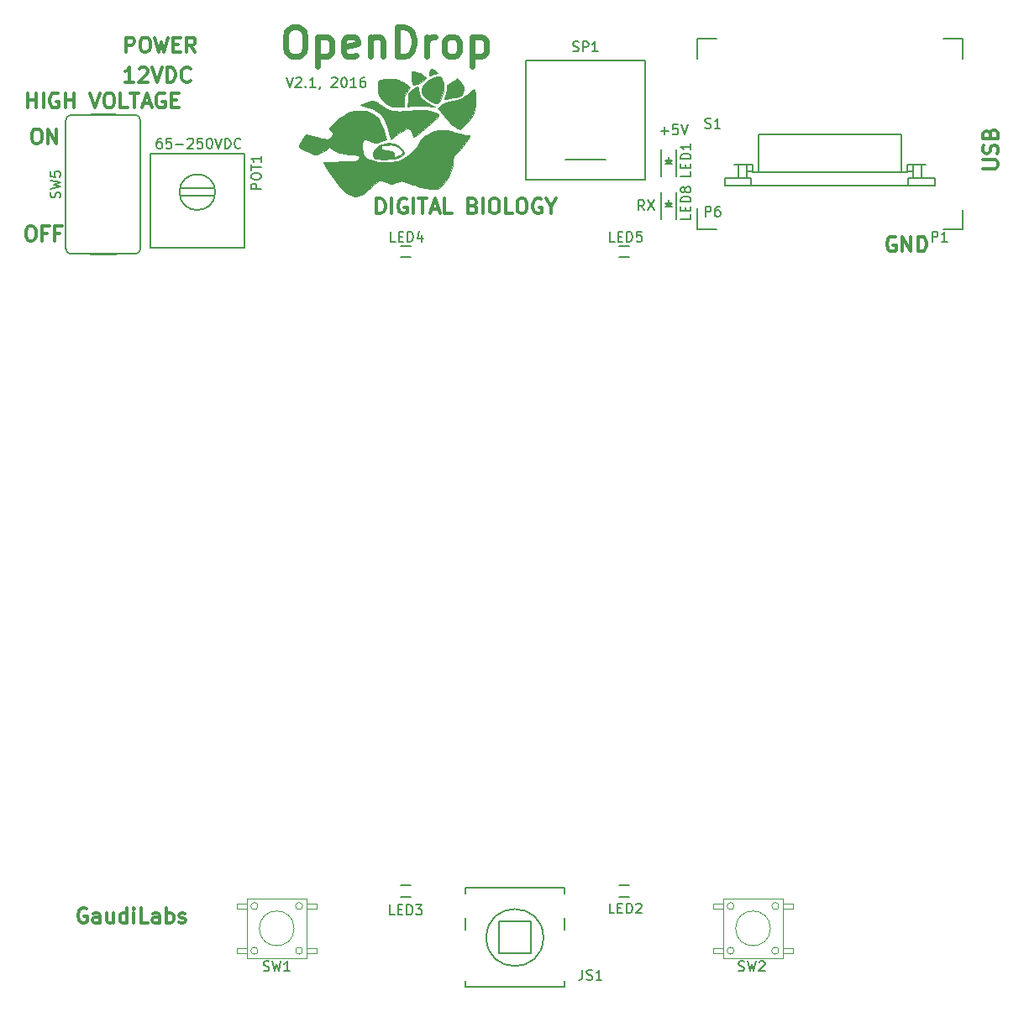
<source format=gbr>
G04 #@! TF.FileFunction,Legend,Top*
%FSLAX46Y46*%
G04 Gerber Fmt 4.6, Leading zero omitted, Abs format (unit mm)*
G04 Created by KiCad (PCBNEW 0.201604232031+6710~44~ubuntu14.04.1-product) date Thu 12 May 2016 08:27:13 AM CEST*
%MOMM*%
%LPD*%
G01*
G04 APERTURE LIST*
%ADD10C,0.100000*%
%ADD11C,0.300000*%
%ADD12C,0.200000*%
%ADD13C,0.600000*%
%ADD14C,0.150000*%
%ADD15C,0.010000*%
%ADD16C,0.050000*%
G04 APERTURE END LIST*
D10*
D11*
X147184571Y-58892857D02*
X148398857Y-58892857D01*
X148541714Y-58821428D01*
X148613142Y-58750000D01*
X148684571Y-58607142D01*
X148684571Y-58321428D01*
X148613142Y-58178571D01*
X148541714Y-58107142D01*
X148398857Y-58035714D01*
X147184571Y-58035714D01*
X148613142Y-57392857D02*
X148684571Y-57178571D01*
X148684571Y-56821428D01*
X148613142Y-56678571D01*
X148541714Y-56607142D01*
X148398857Y-56535714D01*
X148256000Y-56535714D01*
X148113142Y-56607142D01*
X148041714Y-56678571D01*
X147970285Y-56821428D01*
X147898857Y-57107142D01*
X147827428Y-57250000D01*
X147756000Y-57321428D01*
X147613142Y-57392857D01*
X147470285Y-57392857D01*
X147327428Y-57321428D01*
X147256000Y-57250000D01*
X147184571Y-57107142D01*
X147184571Y-56750000D01*
X147256000Y-56535714D01*
X147898857Y-55392857D02*
X147970285Y-55178571D01*
X148041714Y-55107142D01*
X148184571Y-55035714D01*
X148398857Y-55035714D01*
X148541714Y-55107142D01*
X148613142Y-55178571D01*
X148684571Y-55321428D01*
X148684571Y-55892857D01*
X147184571Y-55892857D01*
X147184571Y-55392857D01*
X147256000Y-55250000D01*
X147327428Y-55178571D01*
X147470285Y-55107142D01*
X147613142Y-55107142D01*
X147756000Y-55178571D01*
X147827428Y-55250000D01*
X147898857Y-55392857D01*
X147898857Y-55892857D01*
X56817571Y-133516000D02*
X56674714Y-133444571D01*
X56460428Y-133444571D01*
X56246142Y-133516000D01*
X56103285Y-133658857D01*
X56031857Y-133801714D01*
X55960428Y-134087428D01*
X55960428Y-134301714D01*
X56031857Y-134587428D01*
X56103285Y-134730285D01*
X56246142Y-134873142D01*
X56460428Y-134944571D01*
X56603285Y-134944571D01*
X56817571Y-134873142D01*
X56889000Y-134801714D01*
X56889000Y-134301714D01*
X56603285Y-134301714D01*
X58174714Y-134944571D02*
X58174714Y-134158857D01*
X58103285Y-134016000D01*
X57960428Y-133944571D01*
X57674714Y-133944571D01*
X57531857Y-134016000D01*
X58174714Y-134873142D02*
X58031857Y-134944571D01*
X57674714Y-134944571D01*
X57531857Y-134873142D01*
X57460428Y-134730285D01*
X57460428Y-134587428D01*
X57531857Y-134444571D01*
X57674714Y-134373142D01*
X58031857Y-134373142D01*
X58174714Y-134301714D01*
X59531857Y-133944571D02*
X59531857Y-134944571D01*
X58889000Y-133944571D02*
X58889000Y-134730285D01*
X58960428Y-134873142D01*
X59103285Y-134944571D01*
X59317571Y-134944571D01*
X59460428Y-134873142D01*
X59531857Y-134801714D01*
X60889000Y-134944571D02*
X60889000Y-133444571D01*
X60889000Y-134873142D02*
X60746142Y-134944571D01*
X60460428Y-134944571D01*
X60317571Y-134873142D01*
X60246142Y-134801714D01*
X60174714Y-134658857D01*
X60174714Y-134230285D01*
X60246142Y-134087428D01*
X60317571Y-134016000D01*
X60460428Y-133944571D01*
X60746142Y-133944571D01*
X60889000Y-134016000D01*
X61603285Y-134944571D02*
X61603285Y-133944571D01*
X61603285Y-133444571D02*
X61531857Y-133516000D01*
X61603285Y-133587428D01*
X61674714Y-133516000D01*
X61603285Y-133444571D01*
X61603285Y-133587428D01*
X63031857Y-134944571D02*
X62317571Y-134944571D01*
X62317571Y-133444571D01*
X64174714Y-134944571D02*
X64174714Y-134158857D01*
X64103285Y-134016000D01*
X63960428Y-133944571D01*
X63674714Y-133944571D01*
X63531857Y-134016000D01*
X64174714Y-134873142D02*
X64031857Y-134944571D01*
X63674714Y-134944571D01*
X63531857Y-134873142D01*
X63460428Y-134730285D01*
X63460428Y-134587428D01*
X63531857Y-134444571D01*
X63674714Y-134373142D01*
X64031857Y-134373142D01*
X64174714Y-134301714D01*
X64889000Y-134944571D02*
X64889000Y-133444571D01*
X64889000Y-134016000D02*
X65031857Y-133944571D01*
X65317571Y-133944571D01*
X65460428Y-134016000D01*
X65531857Y-134087428D01*
X65603285Y-134230285D01*
X65603285Y-134658857D01*
X65531857Y-134801714D01*
X65460428Y-134873142D01*
X65317571Y-134944571D01*
X65031857Y-134944571D01*
X64889000Y-134873142D01*
X66174714Y-134873142D02*
X66317571Y-134944571D01*
X66603285Y-134944571D01*
X66746142Y-134873142D01*
X66817571Y-134730285D01*
X66817571Y-134658857D01*
X66746142Y-134516000D01*
X66603285Y-134444571D01*
X66389000Y-134444571D01*
X66246142Y-134373142D01*
X66174714Y-134230285D01*
X66174714Y-134158857D01*
X66246142Y-134016000D01*
X66389000Y-133944571D01*
X66603285Y-133944571D01*
X66746142Y-134016000D01*
D12*
X76958380Y-49702380D02*
X77291714Y-50702380D01*
X77625047Y-49702380D01*
X77910761Y-49797619D02*
X77958380Y-49750000D01*
X78053619Y-49702380D01*
X78291714Y-49702380D01*
X78386952Y-49750000D01*
X78434571Y-49797619D01*
X78482190Y-49892857D01*
X78482190Y-49988095D01*
X78434571Y-50130952D01*
X77863142Y-50702380D01*
X78482190Y-50702380D01*
X78910761Y-50607142D02*
X78958380Y-50654761D01*
X78910761Y-50702380D01*
X78863142Y-50654761D01*
X78910761Y-50607142D01*
X78910761Y-50702380D01*
X79910761Y-50702380D02*
X79339333Y-50702380D01*
X79625047Y-50702380D02*
X79625047Y-49702380D01*
X79529809Y-49845238D01*
X79434571Y-49940476D01*
X79339333Y-49988095D01*
X80386952Y-50654761D02*
X80386952Y-50702380D01*
X80339333Y-50797619D01*
X80291714Y-50845238D01*
X81529809Y-49797619D02*
X81577428Y-49750000D01*
X81672666Y-49702380D01*
X81910761Y-49702380D01*
X82006000Y-49750000D01*
X82053619Y-49797619D01*
X82101238Y-49892857D01*
X82101238Y-49988095D01*
X82053619Y-50130952D01*
X81482190Y-50702380D01*
X82101238Y-50702380D01*
X82720285Y-49702380D02*
X82815523Y-49702380D01*
X82910761Y-49750000D01*
X82958380Y-49797619D01*
X83006000Y-49892857D01*
X83053619Y-50083333D01*
X83053619Y-50321428D01*
X83006000Y-50511904D01*
X82958380Y-50607142D01*
X82910761Y-50654761D01*
X82815523Y-50702380D01*
X82720285Y-50702380D01*
X82625047Y-50654761D01*
X82577428Y-50607142D01*
X82529809Y-50511904D01*
X82482190Y-50321428D01*
X82482190Y-50083333D01*
X82529809Y-49892857D01*
X82577428Y-49797619D01*
X82625047Y-49750000D01*
X82720285Y-49702380D01*
X84006000Y-50702380D02*
X83434571Y-50702380D01*
X83720285Y-50702380D02*
X83720285Y-49702380D01*
X83625047Y-49845238D01*
X83529809Y-49940476D01*
X83434571Y-49988095D01*
X84863142Y-49702380D02*
X84672666Y-49702380D01*
X84577428Y-49750000D01*
X84529809Y-49797619D01*
X84434571Y-49940476D01*
X84386952Y-50130952D01*
X84386952Y-50511904D01*
X84434571Y-50607142D01*
X84482190Y-50654761D01*
X84577428Y-50702380D01*
X84767904Y-50702380D01*
X84863142Y-50654761D01*
X84910761Y-50607142D01*
X84958380Y-50511904D01*
X84958380Y-50273809D01*
X84910761Y-50178571D01*
X84863142Y-50130952D01*
X84767904Y-50083333D01*
X84577428Y-50083333D01*
X84482190Y-50130952D01*
X84434571Y-50178571D01*
X84386952Y-50273809D01*
X64358095Y-55867380D02*
X64167619Y-55867380D01*
X64072380Y-55915000D01*
X64024761Y-55962619D01*
X63929523Y-56105476D01*
X63881904Y-56295952D01*
X63881904Y-56676904D01*
X63929523Y-56772142D01*
X63977142Y-56819761D01*
X64072380Y-56867380D01*
X64262857Y-56867380D01*
X64358095Y-56819761D01*
X64405714Y-56772142D01*
X64453333Y-56676904D01*
X64453333Y-56438809D01*
X64405714Y-56343571D01*
X64358095Y-56295952D01*
X64262857Y-56248333D01*
X64072380Y-56248333D01*
X63977142Y-56295952D01*
X63929523Y-56343571D01*
X63881904Y-56438809D01*
X65358095Y-55867380D02*
X64881904Y-55867380D01*
X64834285Y-56343571D01*
X64881904Y-56295952D01*
X64977142Y-56248333D01*
X65215238Y-56248333D01*
X65310476Y-56295952D01*
X65358095Y-56343571D01*
X65405714Y-56438809D01*
X65405714Y-56676904D01*
X65358095Y-56772142D01*
X65310476Y-56819761D01*
X65215238Y-56867380D01*
X64977142Y-56867380D01*
X64881904Y-56819761D01*
X64834285Y-56772142D01*
X65834285Y-56486428D02*
X66596190Y-56486428D01*
X67024761Y-55962619D02*
X67072380Y-55915000D01*
X67167619Y-55867380D01*
X67405714Y-55867380D01*
X67500952Y-55915000D01*
X67548571Y-55962619D01*
X67596190Y-56057857D01*
X67596190Y-56153095D01*
X67548571Y-56295952D01*
X66977142Y-56867380D01*
X67596190Y-56867380D01*
X68500952Y-55867380D02*
X68024761Y-55867380D01*
X67977142Y-56343571D01*
X68024761Y-56295952D01*
X68120000Y-56248333D01*
X68358095Y-56248333D01*
X68453333Y-56295952D01*
X68500952Y-56343571D01*
X68548571Y-56438809D01*
X68548571Y-56676904D01*
X68500952Y-56772142D01*
X68453333Y-56819761D01*
X68358095Y-56867380D01*
X68120000Y-56867380D01*
X68024761Y-56819761D01*
X67977142Y-56772142D01*
X69167619Y-55867380D02*
X69262857Y-55867380D01*
X69358095Y-55915000D01*
X69405714Y-55962619D01*
X69453333Y-56057857D01*
X69500952Y-56248333D01*
X69500952Y-56486428D01*
X69453333Y-56676904D01*
X69405714Y-56772142D01*
X69358095Y-56819761D01*
X69262857Y-56867380D01*
X69167619Y-56867380D01*
X69072380Y-56819761D01*
X69024761Y-56772142D01*
X68977142Y-56676904D01*
X68929523Y-56486428D01*
X68929523Y-56248333D01*
X68977142Y-56057857D01*
X69024761Y-55962619D01*
X69072380Y-55915000D01*
X69167619Y-55867380D01*
X69786666Y-55867380D02*
X70120000Y-56867380D01*
X70453333Y-55867380D01*
X70786666Y-56867380D02*
X70786666Y-55867380D01*
X71024761Y-55867380D01*
X71167619Y-55915000D01*
X71262857Y-56010238D01*
X71310476Y-56105476D01*
X71358095Y-56295952D01*
X71358095Y-56438809D01*
X71310476Y-56629285D01*
X71262857Y-56724523D01*
X71167619Y-56819761D01*
X71024761Y-56867380D01*
X70786666Y-56867380D01*
X72358095Y-56772142D02*
X72310476Y-56819761D01*
X72167619Y-56867380D01*
X72072380Y-56867380D01*
X71929523Y-56819761D01*
X71834285Y-56724523D01*
X71786666Y-56629285D01*
X71739047Y-56438809D01*
X71739047Y-56295952D01*
X71786666Y-56105476D01*
X71834285Y-56010238D01*
X71929523Y-55915000D01*
X72072380Y-55867380D01*
X72167619Y-55867380D01*
X72310476Y-55915000D01*
X72358095Y-55962619D01*
D11*
X138351142Y-65825000D02*
X138208285Y-65753571D01*
X137994000Y-65753571D01*
X137779714Y-65825000D01*
X137636857Y-65967857D01*
X137565428Y-66110714D01*
X137494000Y-66396428D01*
X137494000Y-66610714D01*
X137565428Y-66896428D01*
X137636857Y-67039285D01*
X137779714Y-67182142D01*
X137994000Y-67253571D01*
X138136857Y-67253571D01*
X138351142Y-67182142D01*
X138422571Y-67110714D01*
X138422571Y-66610714D01*
X138136857Y-66610714D01*
X139065428Y-67253571D02*
X139065428Y-65753571D01*
X139922571Y-67253571D01*
X139922571Y-65753571D01*
X140636857Y-67253571D02*
X140636857Y-65753571D01*
X140994000Y-65753571D01*
X141208285Y-65825000D01*
X141351142Y-65967857D01*
X141422571Y-66110714D01*
X141494000Y-66396428D01*
X141494000Y-66610714D01*
X141422571Y-66896428D01*
X141351142Y-67039285D01*
X141208285Y-67182142D01*
X140994000Y-67253571D01*
X140636857Y-67253571D01*
D12*
X114713285Y-55089428D02*
X115475190Y-55089428D01*
X115094238Y-55470380D02*
X115094238Y-54708476D01*
X116427571Y-54470380D02*
X115951380Y-54470380D01*
X115903761Y-54946571D01*
X115951380Y-54898952D01*
X116046619Y-54851333D01*
X116284714Y-54851333D01*
X116379952Y-54898952D01*
X116427571Y-54946571D01*
X116475190Y-55041809D01*
X116475190Y-55279904D01*
X116427571Y-55375142D01*
X116379952Y-55422761D01*
X116284714Y-55470380D01*
X116046619Y-55470380D01*
X115951380Y-55422761D01*
X115903761Y-55375142D01*
X116760904Y-54470380D02*
X117094238Y-55470380D01*
X117427571Y-54470380D01*
X113041333Y-63098380D02*
X112708000Y-62622190D01*
X112469904Y-63098380D02*
X112469904Y-62098380D01*
X112850857Y-62098380D01*
X112946095Y-62146000D01*
X112993714Y-62193619D01*
X113041333Y-62288857D01*
X113041333Y-62431714D01*
X112993714Y-62526952D01*
X112946095Y-62574571D01*
X112850857Y-62622190D01*
X112469904Y-62622190D01*
X113374666Y-62098380D02*
X114041333Y-63098380D01*
X114041333Y-62098380D02*
X113374666Y-63098380D01*
D11*
X61577428Y-50178571D02*
X60720285Y-50178571D01*
X61148857Y-50178571D02*
X61148857Y-48678571D01*
X61006000Y-48892857D01*
X60863142Y-49035714D01*
X60720285Y-49107142D01*
X62148857Y-48821428D02*
X62220285Y-48750000D01*
X62363142Y-48678571D01*
X62720285Y-48678571D01*
X62863142Y-48750000D01*
X62934571Y-48821428D01*
X63006000Y-48964285D01*
X63006000Y-49107142D01*
X62934571Y-49321428D01*
X62077428Y-50178571D01*
X63006000Y-50178571D01*
X63434571Y-48678571D02*
X63934571Y-50178571D01*
X64434571Y-48678571D01*
X64934571Y-50178571D02*
X64934571Y-48678571D01*
X65291714Y-48678571D01*
X65506000Y-48750000D01*
X65648857Y-48892857D01*
X65720285Y-49035714D01*
X65791714Y-49321428D01*
X65791714Y-49535714D01*
X65720285Y-49821428D01*
X65648857Y-49964285D01*
X65506000Y-50107142D01*
X65291714Y-50178571D01*
X64934571Y-50178571D01*
X67291714Y-50035714D02*
X67220285Y-50107142D01*
X67005999Y-50178571D01*
X66863142Y-50178571D01*
X66648857Y-50107142D01*
X66505999Y-49964285D01*
X66434571Y-49821428D01*
X66363142Y-49535714D01*
X66363142Y-49321428D01*
X66434571Y-49035714D01*
X66505999Y-48892857D01*
X66648857Y-48750000D01*
X66863142Y-48678571D01*
X67005999Y-48678571D01*
X67220285Y-48750000D01*
X67291714Y-48821428D01*
X60791714Y-47178571D02*
X60791714Y-45678571D01*
X61363142Y-45678571D01*
X61506000Y-45750000D01*
X61577428Y-45821428D01*
X61648857Y-45964285D01*
X61648857Y-46178571D01*
X61577428Y-46321428D01*
X61506000Y-46392857D01*
X61363142Y-46464285D01*
X60791714Y-46464285D01*
X62577428Y-45678571D02*
X62863142Y-45678571D01*
X63006000Y-45750000D01*
X63148857Y-45892857D01*
X63220285Y-46178571D01*
X63220285Y-46678571D01*
X63148857Y-46964285D01*
X63006000Y-47107142D01*
X62863142Y-47178571D01*
X62577428Y-47178571D01*
X62434571Y-47107142D01*
X62291714Y-46964285D01*
X62220285Y-46678571D01*
X62220285Y-46178571D01*
X62291714Y-45892857D01*
X62434571Y-45750000D01*
X62577428Y-45678571D01*
X63720285Y-45678571D02*
X64077428Y-47178571D01*
X64363142Y-46107142D01*
X64648857Y-47178571D01*
X65006000Y-45678571D01*
X65577428Y-46392857D02*
X66077428Y-46392857D01*
X66291714Y-47178571D02*
X65577428Y-47178571D01*
X65577428Y-45678571D01*
X66291714Y-45678571D01*
X67791714Y-47178571D02*
X67291714Y-46464285D01*
X66934571Y-47178571D02*
X66934571Y-45678571D01*
X67506000Y-45678571D01*
X67648857Y-45750000D01*
X67720285Y-45821428D01*
X67791714Y-45964285D01*
X67791714Y-46178571D01*
X67720285Y-46321428D01*
X67648857Y-46392857D01*
X67506000Y-46464285D01*
X66934571Y-46464285D01*
X51071428Y-64703571D02*
X51357142Y-64703571D01*
X51500000Y-64775000D01*
X51642857Y-64917857D01*
X51714285Y-65203571D01*
X51714285Y-65703571D01*
X51642857Y-65989285D01*
X51500000Y-66132142D01*
X51357142Y-66203571D01*
X51071428Y-66203571D01*
X50928571Y-66132142D01*
X50785714Y-65989285D01*
X50714285Y-65703571D01*
X50714285Y-65203571D01*
X50785714Y-64917857D01*
X50928571Y-64775000D01*
X51071428Y-64703571D01*
X52857142Y-65417857D02*
X52357142Y-65417857D01*
X52357142Y-66203571D02*
X52357142Y-64703571D01*
X53071428Y-64703571D01*
X54142857Y-65417857D02*
X53642857Y-65417857D01*
X53642857Y-66203571D02*
X53642857Y-64703571D01*
X54357142Y-64703571D01*
X51671428Y-54903571D02*
X51957142Y-54903571D01*
X52100000Y-54975000D01*
X52242857Y-55117857D01*
X52314285Y-55403571D01*
X52314285Y-55903571D01*
X52242857Y-56189285D01*
X52100000Y-56332142D01*
X51957142Y-56403571D01*
X51671428Y-56403571D01*
X51528571Y-56332142D01*
X51385714Y-56189285D01*
X51314285Y-55903571D01*
X51314285Y-55403571D01*
X51385714Y-55117857D01*
X51528571Y-54975000D01*
X51671428Y-54903571D01*
X52957142Y-56403571D02*
X52957142Y-54903571D01*
X53814285Y-56403571D01*
X53814285Y-54903571D01*
X50896571Y-52775571D02*
X50896571Y-51275571D01*
X50896571Y-51989857D02*
X51753714Y-51989857D01*
X51753714Y-52775571D02*
X51753714Y-51275571D01*
X52468000Y-52775571D02*
X52468000Y-51275571D01*
X53968000Y-51347000D02*
X53825142Y-51275571D01*
X53610857Y-51275571D01*
X53396571Y-51347000D01*
X53253714Y-51489857D01*
X53182285Y-51632714D01*
X53110857Y-51918428D01*
X53110857Y-52132714D01*
X53182285Y-52418428D01*
X53253714Y-52561285D01*
X53396571Y-52704142D01*
X53610857Y-52775571D01*
X53753714Y-52775571D01*
X53968000Y-52704142D01*
X54039428Y-52632714D01*
X54039428Y-52132714D01*
X53753714Y-52132714D01*
X54682285Y-52775571D02*
X54682285Y-51275571D01*
X54682285Y-51989857D02*
X55539428Y-51989857D01*
X55539428Y-52775571D02*
X55539428Y-51275571D01*
X57182285Y-51275571D02*
X57682285Y-52775571D01*
X58182285Y-51275571D01*
X58968000Y-51275571D02*
X59253714Y-51275571D01*
X59396571Y-51347000D01*
X59539428Y-51489857D01*
X59610857Y-51775571D01*
X59610857Y-52275571D01*
X59539428Y-52561285D01*
X59396571Y-52704142D01*
X59253714Y-52775571D01*
X58968000Y-52775571D01*
X58825142Y-52704142D01*
X58682285Y-52561285D01*
X58610857Y-52275571D01*
X58610857Y-51775571D01*
X58682285Y-51489857D01*
X58825142Y-51347000D01*
X58968000Y-51275571D01*
X60968000Y-52775571D02*
X60253714Y-52775571D01*
X60253714Y-51275571D01*
X61253714Y-51275571D02*
X62110857Y-51275571D01*
X61682285Y-52775571D02*
X61682285Y-51275571D01*
X62539428Y-52347000D02*
X63253714Y-52347000D01*
X62396571Y-52775571D02*
X62896571Y-51275571D01*
X63396571Y-52775571D01*
X64682285Y-51347000D02*
X64539428Y-51275571D01*
X64325142Y-51275571D01*
X64110857Y-51347000D01*
X63968000Y-51489857D01*
X63896571Y-51632714D01*
X63825142Y-51918428D01*
X63825142Y-52132714D01*
X63896571Y-52418428D01*
X63968000Y-52561285D01*
X64110857Y-52704142D01*
X64325142Y-52775571D01*
X64468000Y-52775571D01*
X64682285Y-52704142D01*
X64753714Y-52632714D01*
X64753714Y-52132714D01*
X64468000Y-52132714D01*
X65396571Y-51989857D02*
X65896571Y-51989857D01*
X66110857Y-52775571D02*
X65396571Y-52775571D01*
X65396571Y-51275571D01*
X66110857Y-51275571D01*
D13*
X77577428Y-44607142D02*
X78148857Y-44607142D01*
X78434571Y-44750000D01*
X78720285Y-45035714D01*
X78863142Y-45607142D01*
X78863142Y-46607142D01*
X78720285Y-47178571D01*
X78434571Y-47464285D01*
X78148857Y-47607142D01*
X77577428Y-47607142D01*
X77291714Y-47464285D01*
X77006000Y-47178571D01*
X76863142Y-46607142D01*
X76863142Y-45607142D01*
X77006000Y-45035714D01*
X77291714Y-44750000D01*
X77577428Y-44607142D01*
X80148857Y-45607142D02*
X80148857Y-48607142D01*
X80148857Y-45750000D02*
X80434571Y-45607142D01*
X81006000Y-45607142D01*
X81291714Y-45750000D01*
X81434571Y-45892857D01*
X81577428Y-46178571D01*
X81577428Y-47035714D01*
X81434571Y-47321428D01*
X81291714Y-47464285D01*
X81006000Y-47607142D01*
X80434571Y-47607142D01*
X80148857Y-47464285D01*
X84006000Y-47464285D02*
X83720285Y-47607142D01*
X83148857Y-47607142D01*
X82863142Y-47464285D01*
X82720285Y-47178571D01*
X82720285Y-46035714D01*
X82863142Y-45750000D01*
X83148857Y-45607142D01*
X83720285Y-45607142D01*
X84006000Y-45750000D01*
X84148857Y-46035714D01*
X84148857Y-46321428D01*
X82720285Y-46607142D01*
X85434571Y-45607142D02*
X85434571Y-47607142D01*
X85434571Y-45892857D02*
X85577428Y-45750000D01*
X85863142Y-45607142D01*
X86291714Y-45607142D01*
X86577428Y-45750000D01*
X86720285Y-46035714D01*
X86720285Y-47607142D01*
X88148857Y-47607142D02*
X88148857Y-44607142D01*
X88863142Y-44607142D01*
X89291714Y-44750000D01*
X89577428Y-45035714D01*
X89720285Y-45321428D01*
X89863142Y-45892857D01*
X89863142Y-46321428D01*
X89720285Y-46892857D01*
X89577428Y-47178571D01*
X89291714Y-47464285D01*
X88863142Y-47607142D01*
X88148857Y-47607142D01*
X91148857Y-47607142D02*
X91148857Y-45607142D01*
X91148857Y-46178571D02*
X91291714Y-45892857D01*
X91434571Y-45750000D01*
X91720285Y-45607142D01*
X92006000Y-45607142D01*
X93434571Y-47607142D02*
X93148857Y-47464285D01*
X93006000Y-47321428D01*
X92863142Y-47035714D01*
X92863142Y-46178571D01*
X93006000Y-45892857D01*
X93148857Y-45750000D01*
X93434571Y-45607142D01*
X93863142Y-45607142D01*
X94148857Y-45750000D01*
X94291714Y-45892857D01*
X94434571Y-46178571D01*
X94434571Y-47035714D01*
X94291714Y-47321428D01*
X94148857Y-47464285D01*
X93863142Y-47607142D01*
X93434571Y-47607142D01*
X95720285Y-45607142D02*
X95720285Y-48607142D01*
X95720285Y-45750000D02*
X96006000Y-45607142D01*
X96577428Y-45607142D01*
X96863142Y-45750000D01*
X97006000Y-45892857D01*
X97148857Y-46178571D01*
X97148857Y-47035714D01*
X97006000Y-47321428D01*
X96863142Y-47464285D01*
X96577428Y-47607142D01*
X96006000Y-47607142D01*
X95720285Y-47464285D01*
D11*
X86077428Y-63428571D02*
X86077428Y-61928571D01*
X86434571Y-61928571D01*
X86648857Y-62000000D01*
X86791714Y-62142857D01*
X86863142Y-62285714D01*
X86934571Y-62571428D01*
X86934571Y-62785714D01*
X86863142Y-63071428D01*
X86791714Y-63214285D01*
X86648857Y-63357142D01*
X86434571Y-63428571D01*
X86077428Y-63428571D01*
X87577428Y-63428571D02*
X87577428Y-61928571D01*
X89077428Y-62000000D02*
X88934571Y-61928571D01*
X88720285Y-61928571D01*
X88506000Y-62000000D01*
X88363142Y-62142857D01*
X88291714Y-62285714D01*
X88220285Y-62571428D01*
X88220285Y-62785714D01*
X88291714Y-63071428D01*
X88363142Y-63214285D01*
X88506000Y-63357142D01*
X88720285Y-63428571D01*
X88863142Y-63428571D01*
X89077428Y-63357142D01*
X89148857Y-63285714D01*
X89148857Y-62785714D01*
X88863142Y-62785714D01*
X89791714Y-63428571D02*
X89791714Y-61928571D01*
X90291714Y-61928571D02*
X91148857Y-61928571D01*
X90720285Y-63428571D02*
X90720285Y-61928571D01*
X91577428Y-63000000D02*
X92291714Y-63000000D01*
X91434571Y-63428571D02*
X91934571Y-61928571D01*
X92434571Y-63428571D01*
X93648857Y-63428571D02*
X92934571Y-63428571D01*
X92934571Y-61928571D01*
X95791714Y-62642857D02*
X96006000Y-62714285D01*
X96077428Y-62785714D01*
X96148857Y-62928571D01*
X96148857Y-63142857D01*
X96077428Y-63285714D01*
X96006000Y-63357142D01*
X95863142Y-63428571D01*
X95291714Y-63428571D01*
X95291714Y-61928571D01*
X95791714Y-61928571D01*
X95934571Y-62000000D01*
X96006000Y-62071428D01*
X96077428Y-62214285D01*
X96077428Y-62357142D01*
X96006000Y-62500000D01*
X95934571Y-62571428D01*
X95791714Y-62642857D01*
X95291714Y-62642857D01*
X96791714Y-63428571D02*
X96791714Y-61928571D01*
X97791714Y-61928571D02*
X98077428Y-61928571D01*
X98220285Y-62000000D01*
X98363142Y-62142857D01*
X98434571Y-62428571D01*
X98434571Y-62928571D01*
X98363142Y-63214285D01*
X98220285Y-63357142D01*
X98077428Y-63428571D01*
X97791714Y-63428571D01*
X97648857Y-63357142D01*
X97506000Y-63214285D01*
X97434571Y-62928571D01*
X97434571Y-62428571D01*
X97506000Y-62142857D01*
X97648857Y-62000000D01*
X97791714Y-61928571D01*
X99791714Y-63428571D02*
X99077428Y-63428571D01*
X99077428Y-61928571D01*
X100577428Y-61928571D02*
X100863142Y-61928571D01*
X101006000Y-62000000D01*
X101148857Y-62142857D01*
X101220285Y-62428571D01*
X101220285Y-62928571D01*
X101148857Y-63214285D01*
X101006000Y-63357142D01*
X100863142Y-63428571D01*
X100577428Y-63428571D01*
X100434571Y-63357142D01*
X100291714Y-63214285D01*
X100220285Y-62928571D01*
X100220285Y-62428571D01*
X100291714Y-62142857D01*
X100434571Y-62000000D01*
X100577428Y-61928571D01*
X102648857Y-62000000D02*
X102506000Y-61928571D01*
X102291714Y-61928571D01*
X102077428Y-62000000D01*
X101934571Y-62142857D01*
X101863142Y-62285714D01*
X101791714Y-62571428D01*
X101791714Y-62785714D01*
X101863142Y-63071428D01*
X101934571Y-63214285D01*
X102077428Y-63357142D01*
X102291714Y-63428571D01*
X102434571Y-63428571D01*
X102648857Y-63357142D01*
X102720285Y-63285714D01*
X102720285Y-62785714D01*
X102434571Y-62785714D01*
X103648857Y-62714285D02*
X103648857Y-63428571D01*
X103148857Y-61928571D02*
X103648857Y-62714285D01*
X104148857Y-61928571D01*
D14*
X105000000Y-141425000D02*
X105000000Y-140825000D01*
X95000000Y-141425000D02*
X95000000Y-140825000D01*
X105000000Y-131425000D02*
X105000000Y-132025000D01*
X95000000Y-131425000D02*
X95000000Y-132025000D01*
X102875000Y-136425000D02*
G75*
G03X102875000Y-136425000I-2875000J0D01*
G01*
X98400000Y-134825000D02*
X98400000Y-138025000D01*
X98400000Y-138025000D02*
X101600000Y-138025000D01*
X101600000Y-138025000D02*
X101600000Y-134825000D01*
X101600000Y-134825000D02*
X98400000Y-134825000D01*
X105000000Y-134425000D02*
X105000000Y-135625000D01*
X95000000Y-134425000D02*
X95000000Y-135625000D01*
X95000000Y-141425000D02*
X105000000Y-141425000D01*
X95000000Y-131425000D02*
X105000000Y-131425000D01*
X66296000Y-60899000D02*
X69696000Y-60899000D01*
X66296000Y-61659000D02*
X69696000Y-61659000D01*
X63231000Y-57389000D02*
X72761000Y-57389000D01*
X72761000Y-57389000D02*
X72761000Y-66919000D01*
X72761000Y-66919000D02*
X63231000Y-66919000D01*
X63231000Y-66919000D02*
X63231000Y-57389000D01*
X69797735Y-61279000D02*
G75*
G03X69797735Y-61279000I-1801735J0D01*
G01*
X145150000Y-45800000D02*
X143150000Y-45800000D01*
X145150000Y-45800000D02*
X145150000Y-47800000D01*
X145150000Y-65000000D02*
X145150000Y-63100000D01*
X145150000Y-65000000D02*
X143150000Y-65000000D01*
X118350000Y-65000000D02*
X120350000Y-65000000D01*
X118350000Y-65000000D02*
X118350000Y-62900000D01*
X118350000Y-45800000D02*
X118350000Y-47800000D01*
X118350000Y-45800000D02*
X120350000Y-45800000D01*
X124587200Y-55460000D02*
X124587200Y-59278000D01*
X122087200Y-58465200D02*
X123992200Y-58465200D01*
X123992200Y-58465200D02*
X123992200Y-59278000D01*
X123992200Y-59278000D02*
X139507800Y-59278000D01*
X139507800Y-59278000D02*
X139507800Y-58465200D01*
X139507800Y-58465200D02*
X141412800Y-58465200D01*
X138912800Y-59278000D02*
X138912800Y-55460000D01*
X140955600Y-58465200D02*
X140955600Y-59836800D01*
X139507800Y-59176400D02*
X140142800Y-59176400D01*
X140142800Y-58465200D02*
X140142800Y-59836800D01*
X123992200Y-59176400D02*
X123357200Y-59176400D01*
X122544400Y-58465200D02*
X122544400Y-59836800D01*
X123357200Y-58465200D02*
X123357200Y-59836800D01*
X121198200Y-60649600D02*
X121198200Y-59836800D01*
X121198200Y-59836800D02*
X123839800Y-59836800D01*
X123839800Y-59836800D02*
X123839800Y-60649600D01*
X121198200Y-60649600D02*
X142301800Y-60649600D01*
X142301800Y-60649600D02*
X142301800Y-59836800D01*
X142301800Y-59836800D02*
X139660200Y-59836800D01*
X139660200Y-59836800D02*
X139660200Y-60649600D01*
X124587200Y-55460000D02*
X138912800Y-55460000D01*
X111500000Y-131153200D02*
X110500000Y-131153200D01*
X110500000Y-132294400D02*
X111500000Y-132294400D01*
X89500000Y-131153200D02*
X88500000Y-131153200D01*
X88500000Y-132294400D02*
X89500000Y-132294400D01*
X88500000Y-67846800D02*
X89500000Y-67846800D01*
X89500000Y-66705600D02*
X88500000Y-66705600D01*
X110500000Y-67846800D02*
X111500000Y-67846800D01*
X111500000Y-66705600D02*
X110500000Y-66705600D01*
D15*
G36*
X84695175Y-53060626D02*
X85068988Y-53122416D01*
X85179417Y-53155450D01*
X85613927Y-53348792D01*
X85986121Y-53598344D01*
X86264884Y-53883004D01*
X86277545Y-53900167D01*
X86377292Y-54075036D01*
X86498528Y-54344958D01*
X86630805Y-54682069D01*
X86763670Y-55058504D01*
X86886674Y-55446400D01*
X86973344Y-55755379D01*
X87035213Y-55992509D01*
X86771088Y-56063630D01*
X86538873Y-56139390D01*
X86313193Y-56232635D01*
X86284357Y-56246683D01*
X86179370Y-56296070D01*
X86088714Y-56318628D01*
X85982515Y-56310154D01*
X85830900Y-56266445D01*
X85603994Y-56183298D01*
X85469879Y-56132093D01*
X85173247Y-56024237D01*
X84970578Y-55965832D01*
X84840998Y-55952100D01*
X84772025Y-55972423D01*
X84678894Y-56098034D01*
X84619332Y-56317319D01*
X84594669Y-56601109D01*
X84606237Y-56920237D01*
X84655370Y-57245536D01*
X84705132Y-57437046D01*
X84811211Y-57636970D01*
X84979192Y-57813721D01*
X85169690Y-57932630D01*
X85302666Y-57963000D01*
X85449947Y-57992189D01*
X85644073Y-58065809D01*
X85726419Y-58105875D01*
X85845745Y-58162717D01*
X85967724Y-58202225D01*
X86118147Y-58227489D01*
X86322803Y-58241599D01*
X86607481Y-58247643D01*
X86919000Y-58248750D01*
X87341598Y-58244294D01*
X87665924Y-58229232D01*
X87920450Y-58201021D01*
X88133649Y-58157116D01*
X88220750Y-58132461D01*
X88762216Y-57903606D01*
X89275390Y-57562351D01*
X89744743Y-57122656D01*
X90154747Y-56598477D01*
X90411402Y-56163260D01*
X90510474Y-55995668D01*
X90630335Y-55855094D01*
X90799498Y-55714829D01*
X91046475Y-55548162D01*
X91113123Y-55505905D01*
X91526784Y-55267087D01*
X91905884Y-55102482D01*
X92275287Y-55010254D01*
X92659859Y-54988566D01*
X93084465Y-55035580D01*
X93573970Y-55149460D01*
X94036562Y-55289927D01*
X94404061Y-55401450D01*
X94734014Y-55486384D01*
X94996959Y-55537734D01*
X95131937Y-55550000D01*
X95305946Y-55557446D01*
X95412398Y-55576354D01*
X95428000Y-55588736D01*
X95400234Y-55660436D01*
X95327506Y-55810820D01*
X95227502Y-56003645D01*
X95036516Y-56315581D01*
X94790608Y-56650967D01*
X94519174Y-56974433D01*
X94251608Y-57250608D01*
X94048624Y-57422155D01*
X93906606Y-57530621D01*
X93827277Y-57623390D01*
X93791814Y-57742828D01*
X93781396Y-57931301D01*
X93780126Y-58026500D01*
X93730917Y-58550493D01*
X93589211Y-59075151D01*
X93410646Y-59504039D01*
X93234765Y-59829737D01*
X93017461Y-60162223D01*
X92784083Y-60467328D01*
X92559978Y-60710881D01*
X92438076Y-60815054D01*
X92196569Y-60936617D01*
X91886389Y-60992046D01*
X91500340Y-60980506D01*
X91031224Y-60901163D01*
X90471844Y-60753181D01*
X89815004Y-60535727D01*
X89713000Y-60499017D01*
X89311299Y-60354031D01*
X89006502Y-60249696D01*
X88776097Y-60183431D01*
X88597572Y-60152655D01*
X88448413Y-60154787D01*
X88306110Y-60187247D01*
X88148151Y-60247454D01*
X88016601Y-60304555D01*
X87790484Y-60398800D01*
X87614657Y-60448878D01*
X87453629Y-60452216D01*
X87271906Y-60406245D01*
X87033996Y-60308392D01*
X86840109Y-60219332D01*
X86601467Y-60124792D01*
X86417973Y-60084553D01*
X86349595Y-60089584D01*
X86256512Y-60146362D01*
X86093483Y-60272446D01*
X85882709Y-60449747D01*
X85646392Y-60660177D01*
X85623247Y-60681392D01*
X85186853Y-61063341D01*
X84811674Y-61348541D01*
X84486090Y-61544279D01*
X84198478Y-61657845D01*
X84010795Y-61692605D01*
X83819133Y-61696369D01*
X83641128Y-61659865D01*
X83427971Y-61570459D01*
X83311466Y-61511625D01*
X82946999Y-61274571D01*
X82567634Y-60939668D01*
X82479822Y-60849689D01*
X82318029Y-60665485D01*
X82123152Y-60421787D01*
X81906326Y-60134958D01*
X81678688Y-59821360D01*
X81451375Y-59497355D01*
X81235522Y-59179307D01*
X81042267Y-58883577D01*
X80882745Y-58626528D01*
X80768094Y-58424523D01*
X80709448Y-58293923D01*
X80711432Y-58251429D01*
X80794624Y-58243461D01*
X80986722Y-58234396D01*
X81269642Y-58224791D01*
X81625301Y-58215201D01*
X82035614Y-58206184D01*
X82390489Y-58199766D01*
X82896324Y-58190418D01*
X83290804Y-58180185D01*
X83589570Y-58167886D01*
X83808268Y-58152341D01*
X83962541Y-58132370D01*
X84068032Y-58106791D01*
X84140384Y-58074425D01*
X84152614Y-58066799D01*
X84278772Y-57927273D01*
X84313551Y-57760443D01*
X84250400Y-57610421D01*
X84224118Y-57585210D01*
X84128021Y-57551718D01*
X83932965Y-57515978D01*
X83666832Y-57482161D01*
X83357501Y-57454442D01*
X83343753Y-57453457D01*
X82838231Y-57403436D01*
X82429280Y-57327536D01*
X82087657Y-57217190D01*
X81784118Y-57063829D01*
X81601869Y-56943132D01*
X81328821Y-56747043D01*
X81123535Y-56920262D01*
X80953331Y-57041290D01*
X80722670Y-57176331D01*
X80466182Y-57308436D01*
X80218493Y-57420656D01*
X80014230Y-57496041D01*
X79901323Y-57518500D01*
X79797797Y-57491321D01*
X79606420Y-57416870D01*
X79352372Y-57305774D01*
X79060835Y-57168658D01*
X78988799Y-57133411D01*
X78677222Y-56978466D01*
X78463226Y-56866164D01*
X78330003Y-56783971D01*
X78260747Y-56719352D01*
X78238651Y-56659774D01*
X78246907Y-56592702D01*
X78249513Y-56582061D01*
X78333022Y-56366960D01*
X78478569Y-56102008D01*
X78661174Y-55829854D01*
X78775634Y-55683822D01*
X78956189Y-55468394D01*
X79905469Y-55699707D01*
X80248790Y-55780703D01*
X80560453Y-55849317D01*
X80814111Y-55900110D01*
X80983416Y-55927648D01*
X81026387Y-55931010D01*
X81287942Y-55884642D01*
X81490977Y-55758057D01*
X81577997Y-55635259D01*
X81641930Y-55422806D01*
X81603234Y-55251037D01*
X81455837Y-55081829D01*
X81263175Y-54910166D01*
X81376462Y-54715557D01*
X81525162Y-54524740D01*
X81762100Y-54295040D01*
X82062141Y-54044804D01*
X82400149Y-53792379D01*
X82750987Y-53556112D01*
X83089521Y-53354350D01*
X83390613Y-53205440D01*
X83506546Y-53160781D01*
X83861216Y-53079976D01*
X84275006Y-53046535D01*
X84695175Y-53060626D01*
X84695175Y-53060626D01*
G37*
X84695175Y-53060626D02*
X85068988Y-53122416D01*
X85179417Y-53155450D01*
X85613927Y-53348792D01*
X85986121Y-53598344D01*
X86264884Y-53883004D01*
X86277545Y-53900167D01*
X86377292Y-54075036D01*
X86498528Y-54344958D01*
X86630805Y-54682069D01*
X86763670Y-55058504D01*
X86886674Y-55446400D01*
X86973344Y-55755379D01*
X87035213Y-55992509D01*
X86771088Y-56063630D01*
X86538873Y-56139390D01*
X86313193Y-56232635D01*
X86284357Y-56246683D01*
X86179370Y-56296070D01*
X86088714Y-56318628D01*
X85982515Y-56310154D01*
X85830900Y-56266445D01*
X85603994Y-56183298D01*
X85469879Y-56132093D01*
X85173247Y-56024237D01*
X84970578Y-55965832D01*
X84840998Y-55952100D01*
X84772025Y-55972423D01*
X84678894Y-56098034D01*
X84619332Y-56317319D01*
X84594669Y-56601109D01*
X84606237Y-56920237D01*
X84655370Y-57245536D01*
X84705132Y-57437046D01*
X84811211Y-57636970D01*
X84979192Y-57813721D01*
X85169690Y-57932630D01*
X85302666Y-57963000D01*
X85449947Y-57992189D01*
X85644073Y-58065809D01*
X85726419Y-58105875D01*
X85845745Y-58162717D01*
X85967724Y-58202225D01*
X86118147Y-58227489D01*
X86322803Y-58241599D01*
X86607481Y-58247643D01*
X86919000Y-58248750D01*
X87341598Y-58244294D01*
X87665924Y-58229232D01*
X87920450Y-58201021D01*
X88133649Y-58157116D01*
X88220750Y-58132461D01*
X88762216Y-57903606D01*
X89275390Y-57562351D01*
X89744743Y-57122656D01*
X90154747Y-56598477D01*
X90411402Y-56163260D01*
X90510474Y-55995668D01*
X90630335Y-55855094D01*
X90799498Y-55714829D01*
X91046475Y-55548162D01*
X91113123Y-55505905D01*
X91526784Y-55267087D01*
X91905884Y-55102482D01*
X92275287Y-55010254D01*
X92659859Y-54988566D01*
X93084465Y-55035580D01*
X93573970Y-55149460D01*
X94036562Y-55289927D01*
X94404061Y-55401450D01*
X94734014Y-55486384D01*
X94996959Y-55537734D01*
X95131937Y-55550000D01*
X95305946Y-55557446D01*
X95412398Y-55576354D01*
X95428000Y-55588736D01*
X95400234Y-55660436D01*
X95327506Y-55810820D01*
X95227502Y-56003645D01*
X95036516Y-56315581D01*
X94790608Y-56650967D01*
X94519174Y-56974433D01*
X94251608Y-57250608D01*
X94048624Y-57422155D01*
X93906606Y-57530621D01*
X93827277Y-57623390D01*
X93791814Y-57742828D01*
X93781396Y-57931301D01*
X93780126Y-58026500D01*
X93730917Y-58550493D01*
X93589211Y-59075151D01*
X93410646Y-59504039D01*
X93234765Y-59829737D01*
X93017461Y-60162223D01*
X92784083Y-60467328D01*
X92559978Y-60710881D01*
X92438076Y-60815054D01*
X92196569Y-60936617D01*
X91886389Y-60992046D01*
X91500340Y-60980506D01*
X91031224Y-60901163D01*
X90471844Y-60753181D01*
X89815004Y-60535727D01*
X89713000Y-60499017D01*
X89311299Y-60354031D01*
X89006502Y-60249696D01*
X88776097Y-60183431D01*
X88597572Y-60152655D01*
X88448413Y-60154787D01*
X88306110Y-60187247D01*
X88148151Y-60247454D01*
X88016601Y-60304555D01*
X87790484Y-60398800D01*
X87614657Y-60448878D01*
X87453629Y-60452216D01*
X87271906Y-60406245D01*
X87033996Y-60308392D01*
X86840109Y-60219332D01*
X86601467Y-60124792D01*
X86417973Y-60084553D01*
X86349595Y-60089584D01*
X86256512Y-60146362D01*
X86093483Y-60272446D01*
X85882709Y-60449747D01*
X85646392Y-60660177D01*
X85623247Y-60681392D01*
X85186853Y-61063341D01*
X84811674Y-61348541D01*
X84486090Y-61544279D01*
X84198478Y-61657845D01*
X84010795Y-61692605D01*
X83819133Y-61696369D01*
X83641128Y-61659865D01*
X83427971Y-61570459D01*
X83311466Y-61511625D01*
X82946999Y-61274571D01*
X82567634Y-60939668D01*
X82479822Y-60849689D01*
X82318029Y-60665485D01*
X82123152Y-60421787D01*
X81906326Y-60134958D01*
X81678688Y-59821360D01*
X81451375Y-59497355D01*
X81235522Y-59179307D01*
X81042267Y-58883577D01*
X80882745Y-58626528D01*
X80768094Y-58424523D01*
X80709448Y-58293923D01*
X80711432Y-58251429D01*
X80794624Y-58243461D01*
X80986722Y-58234396D01*
X81269642Y-58224791D01*
X81625301Y-58215201D01*
X82035614Y-58206184D01*
X82390489Y-58199766D01*
X82896324Y-58190418D01*
X83290804Y-58180185D01*
X83589570Y-58167886D01*
X83808268Y-58152341D01*
X83962541Y-58132370D01*
X84068032Y-58106791D01*
X84140384Y-58074425D01*
X84152614Y-58066799D01*
X84278772Y-57927273D01*
X84313551Y-57760443D01*
X84250400Y-57610421D01*
X84224118Y-57585210D01*
X84128021Y-57551718D01*
X83932965Y-57515978D01*
X83666832Y-57482161D01*
X83357501Y-57454442D01*
X83343753Y-57453457D01*
X82838231Y-57403436D01*
X82429280Y-57327536D01*
X82087657Y-57217190D01*
X81784118Y-57063829D01*
X81601869Y-56943132D01*
X81328821Y-56747043D01*
X81123535Y-56920262D01*
X80953331Y-57041290D01*
X80722670Y-57176331D01*
X80466182Y-57308436D01*
X80218493Y-57420656D01*
X80014230Y-57496041D01*
X79901323Y-57518500D01*
X79797797Y-57491321D01*
X79606420Y-57416870D01*
X79352372Y-57305774D01*
X79060835Y-57168658D01*
X78988799Y-57133411D01*
X78677222Y-56978466D01*
X78463226Y-56866164D01*
X78330003Y-56783971D01*
X78260747Y-56719352D01*
X78238651Y-56659774D01*
X78246907Y-56592702D01*
X78249513Y-56582061D01*
X78333022Y-56366960D01*
X78478569Y-56102008D01*
X78661174Y-55829854D01*
X78775634Y-55683822D01*
X78956189Y-55468394D01*
X79905469Y-55699707D01*
X80248790Y-55780703D01*
X80560453Y-55849317D01*
X80814111Y-55900110D01*
X80983416Y-55927648D01*
X81026387Y-55931010D01*
X81287942Y-55884642D01*
X81490977Y-55758057D01*
X81577997Y-55635259D01*
X81641930Y-55422806D01*
X81603234Y-55251037D01*
X81455837Y-55081829D01*
X81263175Y-54910166D01*
X81376462Y-54715557D01*
X81525162Y-54524740D01*
X81762100Y-54295040D01*
X82062141Y-54044804D01*
X82400149Y-53792379D01*
X82750987Y-53556112D01*
X83089521Y-53354350D01*
X83390613Y-53205440D01*
X83506546Y-53160781D01*
X83861216Y-53079976D01*
X84275006Y-53046535D01*
X84695175Y-53060626D01*
G36*
X87704631Y-56354539D02*
X87782867Y-56376369D01*
X88098953Y-56509124D01*
X88381006Y-56683187D01*
X88612020Y-56881235D01*
X88774990Y-57085942D01*
X88852910Y-57279983D01*
X88830194Y-57443424D01*
X88687248Y-57596140D01*
X88441662Y-57734289D01*
X88117765Y-57846024D01*
X87905448Y-57893719D01*
X87651809Y-57926089D01*
X87329584Y-57946500D01*
X86974197Y-57954995D01*
X86621074Y-57951618D01*
X86305640Y-57936415D01*
X86063321Y-57909429D01*
X85979865Y-57891307D01*
X85789570Y-57783102D01*
X85693087Y-57607513D01*
X85690541Y-57382899D01*
X85782060Y-57127619D01*
X85967769Y-56860031D01*
X85972759Y-56854322D01*
X86057819Y-56784234D01*
X86512360Y-56784234D01*
X86519062Y-56817942D01*
X86552939Y-56898026D01*
X86621449Y-56955804D01*
X86748937Y-57000625D01*
X86959748Y-57041840D01*
X87193152Y-57076858D01*
X87427726Y-57117953D01*
X87617623Y-57165429D01*
X87722563Y-57209171D01*
X87723716Y-57210101D01*
X87778453Y-57315192D01*
X87806876Y-57486279D01*
X87808000Y-57527485D01*
X87814123Y-57685506D01*
X87849731Y-57746799D01*
X87940681Y-57741581D01*
X87982625Y-57731564D01*
X88169615Y-57674791D01*
X88361334Y-57603459D01*
X88557972Y-57476492D01*
X88676198Y-57307104D01*
X88697000Y-57202142D01*
X88644259Y-57096005D01*
X88503401Y-56956011D01*
X88300467Y-56803947D01*
X88061500Y-56661602D01*
X88033798Y-56647304D01*
X87858336Y-56566466D01*
X87700699Y-56521757D01*
X87515723Y-56506054D01*
X87258246Y-56512230D01*
X87197064Y-56515307D01*
X86866962Y-56544830D01*
X86650815Y-56595919D01*
X86536616Y-56673934D01*
X86512360Y-56784234D01*
X86057819Y-56784234D01*
X86232272Y-56640490D01*
X86574356Y-56473262D01*
X86959870Y-56362970D01*
X87349676Y-56319951D01*
X87704631Y-56354539D01*
X87704631Y-56354539D01*
G37*
X87704631Y-56354539D02*
X87782867Y-56376369D01*
X88098953Y-56509124D01*
X88381006Y-56683187D01*
X88612020Y-56881235D01*
X88774990Y-57085942D01*
X88852910Y-57279983D01*
X88830194Y-57443424D01*
X88687248Y-57596140D01*
X88441662Y-57734289D01*
X88117765Y-57846024D01*
X87905448Y-57893719D01*
X87651809Y-57926089D01*
X87329584Y-57946500D01*
X86974197Y-57954995D01*
X86621074Y-57951618D01*
X86305640Y-57936415D01*
X86063321Y-57909429D01*
X85979865Y-57891307D01*
X85789570Y-57783102D01*
X85693087Y-57607513D01*
X85690541Y-57382899D01*
X85782060Y-57127619D01*
X85967769Y-56860031D01*
X85972759Y-56854322D01*
X86057819Y-56784234D01*
X86512360Y-56784234D01*
X86519062Y-56817942D01*
X86552939Y-56898026D01*
X86621449Y-56955804D01*
X86748937Y-57000625D01*
X86959748Y-57041840D01*
X87193152Y-57076858D01*
X87427726Y-57117953D01*
X87617623Y-57165429D01*
X87722563Y-57209171D01*
X87723716Y-57210101D01*
X87778453Y-57315192D01*
X87806876Y-57486279D01*
X87808000Y-57527485D01*
X87814123Y-57685506D01*
X87849731Y-57746799D01*
X87940681Y-57741581D01*
X87982625Y-57731564D01*
X88169615Y-57674791D01*
X88361334Y-57603459D01*
X88557972Y-57476492D01*
X88676198Y-57307104D01*
X88697000Y-57202142D01*
X88644259Y-57096005D01*
X88503401Y-56956011D01*
X88300467Y-56803947D01*
X88061500Y-56661602D01*
X88033798Y-56647304D01*
X87858336Y-56566466D01*
X87700699Y-56521757D01*
X87515723Y-56506054D01*
X87258246Y-56512230D01*
X87197064Y-56515307D01*
X86866962Y-56544830D01*
X86650815Y-56595919D01*
X86536616Y-56673934D01*
X86512360Y-56784234D01*
X86057819Y-56784234D01*
X86232272Y-56640490D01*
X86574356Y-56473262D01*
X86959870Y-56362970D01*
X87349676Y-56319951D01*
X87704631Y-56354539D01*
G36*
X85924765Y-52137199D02*
X86195085Y-52268690D01*
X86243067Y-52302897D01*
X86651142Y-52597860D01*
X86995254Y-52816998D01*
X87305354Y-52969983D01*
X87611389Y-53066488D01*
X87943309Y-53116185D01*
X88331062Y-53128747D01*
X88760500Y-53115928D01*
X89131474Y-53094992D01*
X89518713Y-53066824D01*
X89870858Y-53035470D01*
X90090062Y-53011161D01*
X90607687Y-52974907D01*
X91095854Y-53007889D01*
X91106062Y-53009284D01*
X91393774Y-53065903D01*
X91684847Y-53151577D01*
X91949401Y-53254250D01*
X92157559Y-53361865D01*
X92279441Y-53462367D01*
X92294532Y-53488843D01*
X92275898Y-53615160D01*
X92147444Y-53803619D01*
X91909730Y-54053556D01*
X91563319Y-54364305D01*
X91531208Y-54391535D01*
X91222068Y-54647515D01*
X90906494Y-54899633D01*
X90600505Y-55136077D01*
X90320117Y-55345038D01*
X90081349Y-55514706D01*
X89900218Y-55633270D01*
X89792743Y-55688920D01*
X89771329Y-55689132D01*
X89733261Y-55606026D01*
X89679527Y-55446402D01*
X89653941Y-55359500D01*
X89542440Y-55071581D01*
X89402323Y-54903751D01*
X89237050Y-54851500D01*
X89048185Y-54892375D01*
X88795090Y-55004133D01*
X88505883Y-55170476D01*
X88208680Y-55375104D01*
X87931599Y-55601716D01*
X87911675Y-55619820D01*
X87693021Y-55809080D01*
X87543664Y-55913759D01*
X87470473Y-55929227D01*
X87465401Y-55920638D01*
X87438207Y-55823548D01*
X87387459Y-55637559D01*
X87322360Y-55396475D01*
X87295385Y-55296000D01*
X87122642Y-54707478D01*
X86946375Y-54229008D01*
X86757531Y-53843765D01*
X86547057Y-53534922D01*
X86305902Y-53285651D01*
X86146398Y-53160305D01*
X85846988Y-52962069D01*
X85572553Y-52822235D01*
X85270510Y-52718050D01*
X84937467Y-52637219D01*
X84427799Y-52527576D01*
X84884735Y-52316961D01*
X85288777Y-52161135D01*
X85629058Y-52101281D01*
X85924765Y-52137199D01*
X85924765Y-52137199D01*
G37*
X85924765Y-52137199D02*
X86195085Y-52268690D01*
X86243067Y-52302897D01*
X86651142Y-52597860D01*
X86995254Y-52816998D01*
X87305354Y-52969983D01*
X87611389Y-53066488D01*
X87943309Y-53116185D01*
X88331062Y-53128747D01*
X88760500Y-53115928D01*
X89131474Y-53094992D01*
X89518713Y-53066824D01*
X89870858Y-53035470D01*
X90090062Y-53011161D01*
X90607687Y-52974907D01*
X91095854Y-53007889D01*
X91106062Y-53009284D01*
X91393774Y-53065903D01*
X91684847Y-53151577D01*
X91949401Y-53254250D01*
X92157559Y-53361865D01*
X92279441Y-53462367D01*
X92294532Y-53488843D01*
X92275898Y-53615160D01*
X92147444Y-53803619D01*
X91909730Y-54053556D01*
X91563319Y-54364305D01*
X91531208Y-54391535D01*
X91222068Y-54647515D01*
X90906494Y-54899633D01*
X90600505Y-55136077D01*
X90320117Y-55345038D01*
X90081349Y-55514706D01*
X89900218Y-55633270D01*
X89792743Y-55688920D01*
X89771329Y-55689132D01*
X89733261Y-55606026D01*
X89679527Y-55446402D01*
X89653941Y-55359500D01*
X89542440Y-55071581D01*
X89402323Y-54903751D01*
X89237050Y-54851500D01*
X89048185Y-54892375D01*
X88795090Y-55004133D01*
X88505883Y-55170476D01*
X88208680Y-55375104D01*
X87931599Y-55601716D01*
X87911675Y-55619820D01*
X87693021Y-55809080D01*
X87543664Y-55913759D01*
X87470473Y-55929227D01*
X87465401Y-55920638D01*
X87438207Y-55823548D01*
X87387459Y-55637559D01*
X87322360Y-55396475D01*
X87295385Y-55296000D01*
X87122642Y-54707478D01*
X86946375Y-54229008D01*
X86757531Y-53843765D01*
X86547057Y-53534922D01*
X86305902Y-53285651D01*
X86146398Y-53160305D01*
X85846988Y-52962069D01*
X85572553Y-52822235D01*
X85270510Y-52718050D01*
X84937467Y-52637219D01*
X84427799Y-52527576D01*
X84884735Y-52316961D01*
X85288777Y-52161135D01*
X85629058Y-52101281D01*
X85924765Y-52137199D01*
G36*
X95893450Y-50914278D02*
X95933488Y-50969306D01*
X95945141Y-50990164D01*
X95982631Y-51116981D01*
X96016147Y-51337923D01*
X96041419Y-51620117D01*
X96050788Y-51803500D01*
X96042754Y-52382172D01*
X95967519Y-52886179D01*
X95817843Y-53352810D01*
X95700319Y-53608716D01*
X95598072Y-53770862D01*
X95439777Y-53976150D01*
X95245760Y-54203047D01*
X95036348Y-54430019D01*
X94831868Y-54635531D01*
X94652646Y-54798049D01*
X94519010Y-54896040D01*
X94467321Y-54914949D01*
X94361496Y-54888194D01*
X94193656Y-54820526D01*
X94107295Y-54779790D01*
X93874756Y-54630138D01*
X93601510Y-54400177D01*
X93314886Y-54116841D01*
X93042208Y-53807060D01*
X92819446Y-53510558D01*
X92663767Y-53294993D01*
X92507067Y-53099936D01*
X92394198Y-52978541D01*
X92221250Y-52818052D01*
X92411750Y-52659101D01*
X92736301Y-52417198D01*
X93053961Y-52251723D01*
X93413395Y-52141395D01*
X93727065Y-52083905D01*
X94221583Y-51982267D01*
X94638363Y-51827204D01*
X95019475Y-51598173D01*
X95406989Y-51274629D01*
X95431592Y-51251546D01*
X95633678Y-51062568D01*
X95764228Y-50950382D01*
X95843924Y-50904461D01*
X95893450Y-50914278D01*
X95893450Y-50914278D01*
G37*
X95893450Y-50914278D02*
X95933488Y-50969306D01*
X95945141Y-50990164D01*
X95982631Y-51116981D01*
X96016147Y-51337923D01*
X96041419Y-51620117D01*
X96050788Y-51803500D01*
X96042754Y-52382172D01*
X95967519Y-52886179D01*
X95817843Y-53352810D01*
X95700319Y-53608716D01*
X95598072Y-53770862D01*
X95439777Y-53976150D01*
X95245760Y-54203047D01*
X95036348Y-54430019D01*
X94831868Y-54635531D01*
X94652646Y-54798049D01*
X94519010Y-54896040D01*
X94467321Y-54914949D01*
X94361496Y-54888194D01*
X94193656Y-54820526D01*
X94107295Y-54779790D01*
X93874756Y-54630138D01*
X93601510Y-54400177D01*
X93314886Y-54116841D01*
X93042208Y-53807060D01*
X92819446Y-53510558D01*
X92663767Y-53294993D01*
X92507067Y-53099936D01*
X92394198Y-52978541D01*
X92221250Y-52818052D01*
X92411750Y-52659101D01*
X92736301Y-52417198D01*
X93053961Y-52251723D01*
X93413395Y-52141395D01*
X93727065Y-52083905D01*
X94221583Y-51982267D01*
X94638363Y-51827204D01*
X95019475Y-51598173D01*
X95406989Y-51274629D01*
X95431592Y-51251546D01*
X95633678Y-51062568D01*
X95764228Y-50950382D01*
X95843924Y-50904461D01*
X95893450Y-50914278D01*
G36*
X87464152Y-49851634D02*
X87784822Y-49869199D01*
X88023213Y-49898668D01*
X88224021Y-49949484D01*
X88431941Y-50031091D01*
X88533948Y-50077665D01*
X88789634Y-50208779D01*
X89036963Y-50354471D01*
X89211397Y-50475066D01*
X89459453Y-50671531D01*
X89239112Y-50928950D01*
X88996293Y-51300561D01*
X88862083Y-51725776D01*
X88833193Y-52215376D01*
X88835084Y-52253306D01*
X88859901Y-52692500D01*
X88381575Y-52686121D01*
X88108489Y-52675227D01*
X87851163Y-52652777D01*
X87665024Y-52623616D01*
X87664138Y-52623408D01*
X87256644Y-52477313D01*
X86891214Y-52250991D01*
X86592154Y-51965232D01*
X86383768Y-51640828D01*
X86322623Y-51475846D01*
X86236410Y-51094373D01*
X86188804Y-50719662D01*
X86183609Y-50392877D01*
X86206440Y-50218167D01*
X86255326Y-50074485D01*
X86344818Y-49987361D01*
X86515055Y-49920010D01*
X86540159Y-49912312D01*
X86827030Y-49861413D01*
X87230267Y-49846160D01*
X87464152Y-49851634D01*
X87464152Y-49851634D01*
G37*
X87464152Y-49851634D02*
X87784822Y-49869199D01*
X88023213Y-49898668D01*
X88224021Y-49949484D01*
X88431941Y-50031091D01*
X88533948Y-50077665D01*
X88789634Y-50208779D01*
X89036963Y-50354471D01*
X89211397Y-50475066D01*
X89459453Y-50671531D01*
X89239112Y-50928950D01*
X88996293Y-51300561D01*
X88862083Y-51725776D01*
X88833193Y-52215376D01*
X88835084Y-52253306D01*
X88859901Y-52692500D01*
X88381575Y-52686121D01*
X88108489Y-52675227D01*
X87851163Y-52652777D01*
X87665024Y-52623616D01*
X87664138Y-52623408D01*
X87256644Y-52477313D01*
X86891214Y-52250991D01*
X86592154Y-51965232D01*
X86383768Y-51640828D01*
X86322623Y-51475846D01*
X86236410Y-51094373D01*
X86188804Y-50719662D01*
X86183609Y-50392877D01*
X86206440Y-50218167D01*
X86255326Y-50074485D01*
X86344818Y-49987361D01*
X86515055Y-49920010D01*
X86540159Y-49912312D01*
X86827030Y-49861413D01*
X87230267Y-49846160D01*
X87464152Y-49851634D01*
G36*
X90246427Y-50702023D02*
X90279272Y-50827603D01*
X90284500Y-50980529D01*
X90328907Y-51332074D01*
X90467717Y-51643999D01*
X90709316Y-51926404D01*
X91062088Y-52189388D01*
X91475125Y-52414699D01*
X91743297Y-52549580D01*
X91894230Y-52638474D01*
X91928349Y-52683190D01*
X91846077Y-52685538D01*
X91647839Y-52647325D01*
X91522750Y-52617827D01*
X91300543Y-52582883D01*
X90988865Y-52558960D01*
X90624818Y-52546685D01*
X90245506Y-52546685D01*
X89888031Y-52559590D01*
X89595613Y-52585236D01*
X89192477Y-52636723D01*
X89214613Y-52034115D01*
X89237221Y-51686614D01*
X89286515Y-51432336D01*
X89379363Y-51237884D01*
X89532632Y-51069859D01*
X89763189Y-50894867D01*
X89804121Y-50866875D01*
X90026359Y-50725801D01*
X90167959Y-50669470D01*
X90246427Y-50702023D01*
X90246427Y-50702023D01*
G37*
X90246427Y-50702023D02*
X90279272Y-50827603D01*
X90284500Y-50980529D01*
X90328907Y-51332074D01*
X90467717Y-51643999D01*
X90709316Y-51926404D01*
X91062088Y-52189388D01*
X91475125Y-52414699D01*
X91743297Y-52549580D01*
X91894230Y-52638474D01*
X91928349Y-52683190D01*
X91846077Y-52685538D01*
X91647839Y-52647325D01*
X91522750Y-52617827D01*
X91300543Y-52582883D01*
X90988865Y-52558960D01*
X90624818Y-52546685D01*
X90245506Y-52546685D01*
X89888031Y-52559590D01*
X89595613Y-52585236D01*
X89192477Y-52636723D01*
X89214613Y-52034115D01*
X89237221Y-51686614D01*
X89286515Y-51432336D01*
X89379363Y-51237884D01*
X89532632Y-51069859D01*
X89763189Y-50894867D01*
X89804121Y-50866875D01*
X90026359Y-50725801D01*
X90167959Y-50669470D01*
X90246427Y-50702023D01*
G36*
X92471067Y-49612035D02*
X92538143Y-49699775D01*
X92619322Y-49878455D01*
X92620817Y-49881930D01*
X92774238Y-50302729D01*
X92842471Y-50666992D01*
X92830969Y-51007142D01*
X92820596Y-51069698D01*
X92764431Y-51279952D01*
X92672502Y-51528579D01*
X92558820Y-51787007D01*
X92437395Y-52026666D01*
X92322238Y-52218985D01*
X92227361Y-52335394D01*
X92189500Y-52356632D01*
X92073977Y-52342227D01*
X91900701Y-52289989D01*
X91840250Y-52266800D01*
X91559236Y-52129961D01*
X91261690Y-51948706D01*
X90990072Y-51751684D01*
X90786843Y-51567545D01*
X90761767Y-51539128D01*
X90634373Y-51295970D01*
X90599647Y-51006002D01*
X90658816Y-50710547D01*
X90732685Y-50559287D01*
X90935748Y-50315444D01*
X91226519Y-50074444D01*
X91567441Y-49860039D01*
X91920953Y-49695980D01*
X92237169Y-49607916D01*
X92382580Y-49589870D01*
X92471067Y-49612035D01*
X92471067Y-49612035D01*
G37*
X92471067Y-49612035D02*
X92538143Y-49699775D01*
X92619322Y-49878455D01*
X92620817Y-49881930D01*
X92774238Y-50302729D01*
X92842471Y-50666992D01*
X92830969Y-51007142D01*
X92820596Y-51069698D01*
X92764431Y-51279952D01*
X92672502Y-51528579D01*
X92558820Y-51787007D01*
X92437395Y-52026666D01*
X92322238Y-52218985D01*
X92227361Y-52335394D01*
X92189500Y-52356632D01*
X92073977Y-52342227D01*
X91900701Y-52289989D01*
X91840250Y-52266800D01*
X91559236Y-52129961D01*
X91261690Y-51948706D01*
X90990072Y-51751684D01*
X90786843Y-51567545D01*
X90761767Y-51539128D01*
X90634373Y-51295970D01*
X90599647Y-51006002D01*
X90658816Y-50710547D01*
X90732685Y-50559287D01*
X90935748Y-50315444D01*
X91226519Y-50074444D01*
X91567441Y-49860039D01*
X91920953Y-49695980D01*
X92237169Y-49607916D01*
X92382580Y-49589870D01*
X92471067Y-49612035D01*
G36*
X94393911Y-49994358D02*
X94652027Y-50332048D01*
X94800620Y-50633423D01*
X94844975Y-50916468D01*
X94790377Y-51199168D01*
X94766252Y-51261572D01*
X94683368Y-51408144D01*
X94559896Y-51521189D01*
X94374696Y-51610686D01*
X94106627Y-51686617D01*
X93734550Y-51758965D01*
X93700567Y-51764743D01*
X93424282Y-51813674D01*
X93187353Y-51859854D01*
X93023264Y-51896549D01*
X92975168Y-51910637D01*
X92899486Y-51922627D01*
X92908335Y-51850543D01*
X92916358Y-51830399D01*
X93071641Y-51353286D01*
X93139722Y-50899920D01*
X93142000Y-50810010D01*
X93147164Y-50611238D01*
X93176521Y-50498529D01*
X93250860Y-50430990D01*
X93360415Y-50380444D01*
X93527276Y-50286479D01*
X93730902Y-50138758D01*
X93876203Y-50015076D01*
X94173576Y-49740967D01*
X94393911Y-49994358D01*
X94393911Y-49994358D01*
G37*
X94393911Y-49994358D02*
X94652027Y-50332048D01*
X94800620Y-50633423D01*
X94844975Y-50916468D01*
X94790377Y-51199168D01*
X94766252Y-51261572D01*
X94683368Y-51408144D01*
X94559896Y-51521189D01*
X94374696Y-51610686D01*
X94106627Y-51686617D01*
X93734550Y-51758965D01*
X93700567Y-51764743D01*
X93424282Y-51813674D01*
X93187353Y-51859854D01*
X93023264Y-51896549D01*
X92975168Y-51910637D01*
X92899486Y-51922627D01*
X92908335Y-51850543D01*
X92916358Y-51830399D01*
X93071641Y-51353286D01*
X93139722Y-50899920D01*
X93142000Y-50810010D01*
X93147164Y-50611238D01*
X93176521Y-50498529D01*
X93250860Y-50430990D01*
X93360415Y-50380444D01*
X93527276Y-50286479D01*
X93730902Y-50138758D01*
X93876203Y-50015076D01*
X94173576Y-49740967D01*
X94393911Y-49994358D01*
G36*
X89855389Y-49112366D02*
X90070131Y-49162818D01*
X90294880Y-49230955D01*
X90493304Y-49307887D01*
X90538500Y-49329441D01*
X90732810Y-49451271D01*
X90904018Y-49595370D01*
X90913730Y-49605544D01*
X91066710Y-49769448D01*
X90759997Y-50040349D01*
X90496143Y-50238071D01*
X90255889Y-50337459D01*
X90194266Y-50349134D01*
X90002617Y-50384388D01*
X89853104Y-50424155D01*
X89830486Y-50432862D01*
X89751479Y-50435423D01*
X89686708Y-50347440D01*
X89644167Y-50236227D01*
X89606210Y-50067582D01*
X89578851Y-49840891D01*
X89563496Y-49593375D01*
X89561552Y-49362255D01*
X89574424Y-49184751D01*
X89601248Y-49100084D01*
X89686984Y-49088491D01*
X89855389Y-49112366D01*
X89855389Y-49112366D01*
G37*
X89855389Y-49112366D02*
X90070131Y-49162818D01*
X90294880Y-49230955D01*
X90493304Y-49307887D01*
X90538500Y-49329441D01*
X90732810Y-49451271D01*
X90904018Y-49595370D01*
X90913730Y-49605544D01*
X91066710Y-49769448D01*
X90759997Y-50040349D01*
X90496143Y-50238071D01*
X90255889Y-50337459D01*
X90194266Y-50349134D01*
X90002617Y-50384388D01*
X89853104Y-50424155D01*
X89830486Y-50432862D01*
X89751479Y-50435423D01*
X89686708Y-50347440D01*
X89644167Y-50236227D01*
X89606210Y-50067582D01*
X89578851Y-49840891D01*
X89563496Y-49593375D01*
X89561552Y-49362255D01*
X89574424Y-49184751D01*
X89601248Y-49100084D01*
X89686984Y-49088491D01*
X89855389Y-49112366D01*
G36*
X91673585Y-48861138D02*
X91822163Y-48941581D01*
X91957026Y-49030785D01*
X92257906Y-49244703D01*
X91854101Y-49381101D01*
X91643382Y-49450253D01*
X91482386Y-49499331D01*
X91407148Y-49517500D01*
X91376111Y-49462636D01*
X91364936Y-49342875D01*
X91393982Y-49156548D01*
X91464541Y-48978704D01*
X91554543Y-48858893D01*
X91589448Y-48838823D01*
X91673585Y-48861138D01*
X91673585Y-48861138D01*
G37*
X91673585Y-48861138D02*
X91822163Y-48941581D01*
X91957026Y-49030785D01*
X92257906Y-49244703D01*
X91854101Y-49381101D01*
X91643382Y-49450253D01*
X91482386Y-49499331D01*
X91407148Y-49517500D01*
X91376111Y-49462636D01*
X91364936Y-49342875D01*
X91393982Y-49156548D01*
X91464541Y-48978704D01*
X91554543Y-48858893D01*
X91589448Y-48838823D01*
X91673585Y-48861138D01*
D14*
X116244000Y-63992000D02*
X116244000Y-61292000D01*
X114744000Y-63992000D02*
X114744000Y-61292000D01*
X115644000Y-62492000D02*
X115394000Y-62492000D01*
X115394000Y-62492000D02*
X115544000Y-62642000D01*
X115144000Y-62742000D02*
X115844000Y-62742000D01*
X115494000Y-62392000D02*
X115494000Y-62042000D01*
X115494000Y-62742000D02*
X115144000Y-62392000D01*
X115144000Y-62392000D02*
X115844000Y-62392000D01*
X115844000Y-62392000D02*
X115494000Y-62742000D01*
X116244000Y-59674000D02*
X116244000Y-56974000D01*
X114744000Y-59674000D02*
X114744000Y-56974000D01*
X115644000Y-58174000D02*
X115394000Y-58174000D01*
X115394000Y-58174000D02*
X115544000Y-58324000D01*
X115144000Y-58424000D02*
X115844000Y-58424000D01*
X115494000Y-58074000D02*
X115494000Y-57724000D01*
X115494000Y-58424000D02*
X115144000Y-58074000D01*
X115144000Y-58074000D02*
X115844000Y-58074000D01*
X115844000Y-58074000D02*
X115494000Y-58424000D01*
X62250000Y-56750000D02*
X62250000Y-54000000D01*
X62250000Y-67000000D02*
X62250000Y-64250000D01*
X55250000Y-67500000D02*
X61750000Y-67500000D01*
X55250000Y-53500000D02*
X61750000Y-53500000D01*
X54750000Y-56750000D02*
X54750000Y-54000000D01*
X54750000Y-67000000D02*
X54750000Y-64250000D01*
X55250000Y-53500000D02*
G75*
G03X54750000Y-54000000I0J-500000D01*
G01*
X62250000Y-54000000D02*
G75*
G03X61750000Y-53500000I-500000J0D01*
G01*
X61750000Y-67500000D02*
G75*
G03X62250000Y-67000000I0J500000D01*
G01*
X54750000Y-67000000D02*
G75*
G03X55250000Y-67500000I500000J0D01*
G01*
X59770000Y-67550000D02*
X57230000Y-67550000D01*
X62250000Y-64310000D02*
X62250000Y-56690000D01*
X57230000Y-53450000D02*
X59770000Y-53450000D01*
X54750000Y-56690000D02*
X54750000Y-64310000D01*
X105112000Y-58010000D02*
X109112000Y-58010000D01*
X101112000Y-60010000D02*
X101112000Y-48010000D01*
X101112000Y-60010000D02*
X113112000Y-60010000D01*
X113112000Y-48010000D02*
X113112000Y-60010000D01*
X113112000Y-48010000D02*
X101112000Y-48010000D01*
D16*
X78603553Y-133250000D02*
G75*
G03X78603553Y-133250000I-353553J0D01*
G01*
X74103553Y-133250000D02*
G75*
G03X74103553Y-133250000I-353553J0D01*
G01*
X74103553Y-137750000D02*
G75*
G03X74103553Y-137750000I-353553J0D01*
G01*
X78603553Y-137750000D02*
G75*
G03X78603553Y-137750000I-353553J0D01*
G01*
X73000000Y-133000000D02*
X72000000Y-133000000D01*
X72000000Y-133000000D02*
X72000000Y-133500000D01*
X72000000Y-133500000D02*
X73000000Y-133500000D01*
X79000000Y-133500000D02*
X80000000Y-133500000D01*
X80000000Y-133500000D02*
X80000000Y-133000000D01*
X80000000Y-133000000D02*
X79000000Y-133000000D01*
X79000000Y-138000000D02*
X80000000Y-138000000D01*
X80000000Y-138000000D02*
X80000000Y-137500000D01*
X80000000Y-137500000D02*
X79000000Y-137500000D01*
X73000000Y-138000000D02*
X72000000Y-138000000D01*
X72000000Y-138000000D02*
X72000000Y-137500000D01*
X73000000Y-137500000D02*
X72000000Y-137500000D01*
X73000000Y-138500000D02*
X73000000Y-132500000D01*
X73000000Y-132500000D02*
X79000000Y-132500000D01*
X79000000Y-132500000D02*
X79000000Y-138500000D01*
X77749200Y-135500000D02*
G75*
G03X77749200Y-135500000I-1749200J0D01*
G01*
X79000000Y-138500000D02*
X73000000Y-138500000D01*
X126603553Y-133250000D02*
G75*
G03X126603553Y-133250000I-353553J0D01*
G01*
X122103553Y-133250000D02*
G75*
G03X122103553Y-133250000I-353553J0D01*
G01*
X122103553Y-137750000D02*
G75*
G03X122103553Y-137750000I-353553J0D01*
G01*
X126603553Y-137750000D02*
G75*
G03X126603553Y-137750000I-353553J0D01*
G01*
X121000000Y-133000000D02*
X120000000Y-133000000D01*
X120000000Y-133000000D02*
X120000000Y-133500000D01*
X120000000Y-133500000D02*
X121000000Y-133500000D01*
X127000000Y-133500000D02*
X128000000Y-133500000D01*
X128000000Y-133500000D02*
X128000000Y-133000000D01*
X128000000Y-133000000D02*
X127000000Y-133000000D01*
X127000000Y-138000000D02*
X128000000Y-138000000D01*
X128000000Y-138000000D02*
X128000000Y-137500000D01*
X128000000Y-137500000D02*
X127000000Y-137500000D01*
X121000000Y-138000000D02*
X120000000Y-138000000D01*
X120000000Y-138000000D02*
X120000000Y-137500000D01*
X121000000Y-137500000D02*
X120000000Y-137500000D01*
X121000000Y-138500000D02*
X121000000Y-132500000D01*
X121000000Y-132500000D02*
X127000000Y-132500000D01*
X127000000Y-132500000D02*
X127000000Y-138500000D01*
X125749200Y-135500000D02*
G75*
G03X125749200Y-135500000I-1749200J0D01*
G01*
X127000000Y-138500000D02*
X121000000Y-138500000D01*
D14*
X106807476Y-139687380D02*
X106807476Y-140401666D01*
X106759857Y-140544523D01*
X106664619Y-140639761D01*
X106521761Y-140687380D01*
X106426523Y-140687380D01*
X107236047Y-140639761D02*
X107378904Y-140687380D01*
X107617000Y-140687380D01*
X107712238Y-140639761D01*
X107759857Y-140592142D01*
X107807476Y-140496904D01*
X107807476Y-140401666D01*
X107759857Y-140306428D01*
X107712238Y-140258809D01*
X107617000Y-140211190D01*
X107426523Y-140163571D01*
X107331285Y-140115952D01*
X107283666Y-140068333D01*
X107236047Y-139973095D01*
X107236047Y-139877857D01*
X107283666Y-139782619D01*
X107331285Y-139735000D01*
X107426523Y-139687380D01*
X107664619Y-139687380D01*
X107807476Y-139735000D01*
X108759857Y-140687380D02*
X108188428Y-140687380D01*
X108474142Y-140687380D02*
X108474142Y-139687380D01*
X108378904Y-139830238D01*
X108283666Y-139925476D01*
X108188428Y-139973095D01*
X74414380Y-60978857D02*
X73414380Y-60978857D01*
X73414380Y-60597904D01*
X73462000Y-60502666D01*
X73509619Y-60455047D01*
X73604857Y-60407428D01*
X73747714Y-60407428D01*
X73842952Y-60455047D01*
X73890571Y-60502666D01*
X73938190Y-60597904D01*
X73938190Y-60978857D01*
X73414380Y-59788380D02*
X73414380Y-59597904D01*
X73462000Y-59502666D01*
X73557238Y-59407428D01*
X73747714Y-59359809D01*
X74081047Y-59359809D01*
X74271523Y-59407428D01*
X74366761Y-59502666D01*
X74414380Y-59597904D01*
X74414380Y-59788380D01*
X74366761Y-59883619D01*
X74271523Y-59978857D01*
X74081047Y-60026476D01*
X73747714Y-60026476D01*
X73557238Y-59978857D01*
X73462000Y-59883619D01*
X73414380Y-59788380D01*
X73414380Y-59074095D02*
X73414380Y-58502666D01*
X74414380Y-58788380D02*
X73414380Y-58788380D01*
X74414380Y-57645523D02*
X74414380Y-58216952D01*
X74414380Y-57931238D02*
X73414380Y-57931238D01*
X73557238Y-58026476D01*
X73652476Y-58121714D01*
X73700095Y-58216952D01*
X119174095Y-54787761D02*
X119316952Y-54835380D01*
X119555047Y-54835380D01*
X119650285Y-54787761D01*
X119697904Y-54740142D01*
X119745523Y-54644904D01*
X119745523Y-54549666D01*
X119697904Y-54454428D01*
X119650285Y-54406809D01*
X119555047Y-54359190D01*
X119364571Y-54311571D01*
X119269333Y-54263952D01*
X119221714Y-54216333D01*
X119174095Y-54121095D01*
X119174095Y-54025857D01*
X119221714Y-53930619D01*
X119269333Y-53883000D01*
X119364571Y-53835380D01*
X119602666Y-53835380D01*
X119745523Y-53883000D01*
X120697904Y-54835380D02*
X120126476Y-54835380D01*
X120412190Y-54835380D02*
X120412190Y-53835380D01*
X120316952Y-53978238D01*
X120221714Y-54073476D01*
X120126476Y-54121095D01*
X110028552Y-133981780D02*
X109552361Y-133981780D01*
X109552361Y-132981780D01*
X110361885Y-133457971D02*
X110695219Y-133457971D01*
X110838076Y-133981780D02*
X110361885Y-133981780D01*
X110361885Y-132981780D01*
X110838076Y-132981780D01*
X111266647Y-133981780D02*
X111266647Y-132981780D01*
X111504742Y-132981780D01*
X111647600Y-133029400D01*
X111742838Y-133124638D01*
X111790457Y-133219876D01*
X111838076Y-133410352D01*
X111838076Y-133553209D01*
X111790457Y-133743685D01*
X111742838Y-133838923D01*
X111647600Y-133934161D01*
X111504742Y-133981780D01*
X111266647Y-133981780D01*
X112219028Y-133077019D02*
X112266647Y-133029400D01*
X112361885Y-132981780D01*
X112599980Y-132981780D01*
X112695219Y-133029400D01*
X112742838Y-133077019D01*
X112790457Y-133172257D01*
X112790457Y-133267495D01*
X112742838Y-133410352D01*
X112171409Y-133981780D01*
X112790457Y-133981780D01*
X87879752Y-134134180D02*
X87403561Y-134134180D01*
X87403561Y-133134180D01*
X88213085Y-133610371D02*
X88546419Y-133610371D01*
X88689276Y-134134180D02*
X88213085Y-134134180D01*
X88213085Y-133134180D01*
X88689276Y-133134180D01*
X89117847Y-134134180D02*
X89117847Y-133134180D01*
X89355942Y-133134180D01*
X89498800Y-133181800D01*
X89594038Y-133277038D01*
X89641657Y-133372276D01*
X89689276Y-133562752D01*
X89689276Y-133705609D01*
X89641657Y-133896085D01*
X89594038Y-133991323D01*
X89498800Y-134086561D01*
X89355942Y-134134180D01*
X89117847Y-134134180D01*
X90022609Y-133134180D02*
X90641657Y-133134180D01*
X90308323Y-133515133D01*
X90451180Y-133515133D01*
X90546419Y-133562752D01*
X90594038Y-133610371D01*
X90641657Y-133705609D01*
X90641657Y-133943704D01*
X90594038Y-134038942D01*
X90546419Y-134086561D01*
X90451180Y-134134180D01*
X90165466Y-134134180D01*
X90070228Y-134086561D01*
X90022609Y-134038942D01*
X87955952Y-66265380D02*
X87479761Y-66265380D01*
X87479761Y-65265380D01*
X88289285Y-65741571D02*
X88622619Y-65741571D01*
X88765476Y-66265380D02*
X88289285Y-66265380D01*
X88289285Y-65265380D01*
X88765476Y-65265380D01*
X89194047Y-66265380D02*
X89194047Y-65265380D01*
X89432142Y-65265380D01*
X89575000Y-65313000D01*
X89670238Y-65408238D01*
X89717857Y-65503476D01*
X89765476Y-65693952D01*
X89765476Y-65836809D01*
X89717857Y-66027285D01*
X89670238Y-66122523D01*
X89575000Y-66217761D01*
X89432142Y-66265380D01*
X89194047Y-66265380D01*
X90622619Y-65598714D02*
X90622619Y-66265380D01*
X90384523Y-65217761D02*
X90146428Y-65932047D01*
X90765476Y-65932047D01*
X110053952Y-66265380D02*
X109577761Y-66265380D01*
X109577761Y-65265380D01*
X110387285Y-65741571D02*
X110720619Y-65741571D01*
X110863476Y-66265380D02*
X110387285Y-66265380D01*
X110387285Y-65265380D01*
X110863476Y-65265380D01*
X111292047Y-66265380D02*
X111292047Y-65265380D01*
X111530142Y-65265380D01*
X111673000Y-65313000D01*
X111768238Y-65408238D01*
X111815857Y-65503476D01*
X111863476Y-65693952D01*
X111863476Y-65836809D01*
X111815857Y-66027285D01*
X111768238Y-66122523D01*
X111673000Y-66217761D01*
X111530142Y-66265380D01*
X111292047Y-66265380D01*
X112768238Y-65265380D02*
X112292047Y-65265380D01*
X112244428Y-65741571D01*
X112292047Y-65693952D01*
X112387285Y-65646333D01*
X112625380Y-65646333D01*
X112720619Y-65693952D01*
X112768238Y-65741571D01*
X112815857Y-65836809D01*
X112815857Y-66074904D01*
X112768238Y-66170142D01*
X112720619Y-66217761D01*
X112625380Y-66265380D01*
X112387285Y-66265380D01*
X112292047Y-66217761D01*
X112244428Y-66170142D01*
X117721380Y-63503047D02*
X117721380Y-63979238D01*
X116721380Y-63979238D01*
X117197571Y-63169714D02*
X117197571Y-62836380D01*
X117721380Y-62693523D02*
X117721380Y-63169714D01*
X116721380Y-63169714D01*
X116721380Y-62693523D01*
X117721380Y-62264952D02*
X116721380Y-62264952D01*
X116721380Y-62026857D01*
X116769000Y-61883999D01*
X116864238Y-61788761D01*
X116959476Y-61741142D01*
X117149952Y-61693523D01*
X117292809Y-61693523D01*
X117483285Y-61741142D01*
X117578523Y-61788761D01*
X117673761Y-61883999D01*
X117721380Y-62026857D01*
X117721380Y-62264952D01*
X117149952Y-61122095D02*
X117102333Y-61217333D01*
X117054714Y-61264952D01*
X116959476Y-61312571D01*
X116911857Y-61312571D01*
X116816619Y-61264952D01*
X116769000Y-61217333D01*
X116721380Y-61122095D01*
X116721380Y-60931619D01*
X116769000Y-60836380D01*
X116816619Y-60788761D01*
X116911857Y-60741142D01*
X116959476Y-60741142D01*
X117054714Y-60788761D01*
X117102333Y-60836380D01*
X117149952Y-60931619D01*
X117149952Y-61122095D01*
X117197571Y-61217333D01*
X117245190Y-61264952D01*
X117340428Y-61312571D01*
X117530904Y-61312571D01*
X117626142Y-61264952D01*
X117673761Y-61217333D01*
X117721380Y-61122095D01*
X117721380Y-60931619D01*
X117673761Y-60836380D01*
X117626142Y-60788761D01*
X117530904Y-60741142D01*
X117340428Y-60741142D01*
X117245190Y-60788761D01*
X117197571Y-60836380D01*
X117149952Y-60931619D01*
X117721380Y-59185047D02*
X117721380Y-59661238D01*
X116721380Y-59661238D01*
X117197571Y-58851714D02*
X117197571Y-58518380D01*
X117721380Y-58375523D02*
X117721380Y-58851714D01*
X116721380Y-58851714D01*
X116721380Y-58375523D01*
X117721380Y-57946952D02*
X116721380Y-57946952D01*
X116721380Y-57708857D01*
X116769000Y-57565999D01*
X116864238Y-57470761D01*
X116959476Y-57423142D01*
X117149952Y-57375523D01*
X117292809Y-57375523D01*
X117483285Y-57423142D01*
X117578523Y-57470761D01*
X117673761Y-57565999D01*
X117721380Y-57708857D01*
X117721380Y-57946952D01*
X117721380Y-56423142D02*
X117721380Y-56994571D01*
X117721380Y-56708857D02*
X116721380Y-56708857D01*
X116864238Y-56804095D01*
X116959476Y-56899333D01*
X117007095Y-56994571D01*
X54154761Y-61833333D02*
X54202380Y-61690476D01*
X54202380Y-61452380D01*
X54154761Y-61357142D01*
X54107142Y-61309523D01*
X54011904Y-61261904D01*
X53916666Y-61261904D01*
X53821428Y-61309523D01*
X53773809Y-61357142D01*
X53726190Y-61452380D01*
X53678571Y-61642857D01*
X53630952Y-61738095D01*
X53583333Y-61785714D01*
X53488095Y-61833333D01*
X53392857Y-61833333D01*
X53297619Y-61785714D01*
X53250000Y-61738095D01*
X53202380Y-61642857D01*
X53202380Y-61404761D01*
X53250000Y-61261904D01*
X53202380Y-60928571D02*
X54202380Y-60690476D01*
X53488095Y-60500000D01*
X54202380Y-60309523D01*
X53202380Y-60071428D01*
X53202380Y-59214285D02*
X53202380Y-59690476D01*
X53678571Y-59738095D01*
X53630952Y-59690476D01*
X53583333Y-59595238D01*
X53583333Y-59357142D01*
X53630952Y-59261904D01*
X53678571Y-59214285D01*
X53773809Y-59166666D01*
X54011904Y-59166666D01*
X54107142Y-59214285D01*
X54154761Y-59261904D01*
X54202380Y-59357142D01*
X54202380Y-59595238D01*
X54154761Y-59690476D01*
X54107142Y-59738095D01*
X105850095Y-47048761D02*
X105992952Y-47096380D01*
X106231047Y-47096380D01*
X106326285Y-47048761D01*
X106373904Y-47001142D01*
X106421523Y-46905904D01*
X106421523Y-46810666D01*
X106373904Y-46715428D01*
X106326285Y-46667809D01*
X106231047Y-46620190D01*
X106040571Y-46572571D01*
X105945333Y-46524952D01*
X105897714Y-46477333D01*
X105850095Y-46382095D01*
X105850095Y-46286857D01*
X105897714Y-46191619D01*
X105945333Y-46144000D01*
X106040571Y-46096380D01*
X106278666Y-46096380D01*
X106421523Y-46144000D01*
X106850095Y-47096380D02*
X106850095Y-46096380D01*
X107231047Y-46096380D01*
X107326285Y-46144000D01*
X107373904Y-46191619D01*
X107421523Y-46286857D01*
X107421523Y-46429714D01*
X107373904Y-46524952D01*
X107326285Y-46572571D01*
X107231047Y-46620190D01*
X106850095Y-46620190D01*
X108373904Y-47096380D02*
X107802476Y-47096380D01*
X108088190Y-47096380D02*
X108088190Y-46096380D01*
X107992952Y-46239238D01*
X107897714Y-46334476D01*
X107802476Y-46382095D01*
X119197904Y-63725380D02*
X119197904Y-62725380D01*
X119578857Y-62725380D01*
X119674095Y-62773000D01*
X119721714Y-62820619D01*
X119769333Y-62915857D01*
X119769333Y-63058714D01*
X119721714Y-63153952D01*
X119674095Y-63201571D01*
X119578857Y-63249190D01*
X119197904Y-63249190D01*
X120626476Y-62725380D02*
X120436000Y-62725380D01*
X120340761Y-62773000D01*
X120293142Y-62820619D01*
X120197904Y-62963476D01*
X120150285Y-63153952D01*
X120150285Y-63534904D01*
X120197904Y-63630142D01*
X120245523Y-63677761D01*
X120340761Y-63725380D01*
X120531238Y-63725380D01*
X120626476Y-63677761D01*
X120674095Y-63630142D01*
X120721714Y-63534904D01*
X120721714Y-63296809D01*
X120674095Y-63201571D01*
X120626476Y-63153952D01*
X120531238Y-63106333D01*
X120340761Y-63106333D01*
X120245523Y-63153952D01*
X120197904Y-63201571D01*
X120150285Y-63296809D01*
X74660666Y-139750761D02*
X74803523Y-139798380D01*
X75041619Y-139798380D01*
X75136857Y-139750761D01*
X75184476Y-139703142D01*
X75232095Y-139607904D01*
X75232095Y-139512666D01*
X75184476Y-139417428D01*
X75136857Y-139369809D01*
X75041619Y-139322190D01*
X74851142Y-139274571D01*
X74755904Y-139226952D01*
X74708285Y-139179333D01*
X74660666Y-139084095D01*
X74660666Y-138988857D01*
X74708285Y-138893619D01*
X74755904Y-138846000D01*
X74851142Y-138798380D01*
X75089238Y-138798380D01*
X75232095Y-138846000D01*
X75565428Y-138798380D02*
X75803523Y-139798380D01*
X75994000Y-139084095D01*
X76184476Y-139798380D01*
X76422571Y-138798380D01*
X77327333Y-139798380D02*
X76755904Y-139798380D01*
X77041619Y-139798380D02*
X77041619Y-138798380D01*
X76946380Y-138941238D01*
X76851142Y-139036476D01*
X76755904Y-139084095D01*
X122539666Y-139750761D02*
X122682523Y-139798380D01*
X122920619Y-139798380D01*
X123015857Y-139750761D01*
X123063476Y-139703142D01*
X123111095Y-139607904D01*
X123111095Y-139512666D01*
X123063476Y-139417428D01*
X123015857Y-139369809D01*
X122920619Y-139322190D01*
X122730142Y-139274571D01*
X122634904Y-139226952D01*
X122587285Y-139179333D01*
X122539666Y-139084095D01*
X122539666Y-138988857D01*
X122587285Y-138893619D01*
X122634904Y-138846000D01*
X122730142Y-138798380D01*
X122968238Y-138798380D01*
X123111095Y-138846000D01*
X123444428Y-138798380D02*
X123682523Y-139798380D01*
X123873000Y-139084095D01*
X124063476Y-139798380D01*
X124301571Y-138798380D01*
X124634904Y-138893619D02*
X124682523Y-138846000D01*
X124777761Y-138798380D01*
X125015857Y-138798380D01*
X125111095Y-138846000D01*
X125158714Y-138893619D01*
X125206333Y-138988857D01*
X125206333Y-139084095D01*
X125158714Y-139226952D01*
X124587285Y-139798380D01*
X125206333Y-139798380D01*
X142057904Y-66265380D02*
X142057904Y-65265380D01*
X142438857Y-65265380D01*
X142534095Y-65313000D01*
X142581714Y-65360619D01*
X142629333Y-65455857D01*
X142629333Y-65598714D01*
X142581714Y-65693952D01*
X142534095Y-65741571D01*
X142438857Y-65789190D01*
X142057904Y-65789190D01*
X143581714Y-66265380D02*
X143010285Y-66265380D01*
X143296000Y-66265380D02*
X143296000Y-65265380D01*
X143200761Y-65408238D01*
X143105523Y-65503476D01*
X143010285Y-65551095D01*
M02*

</source>
